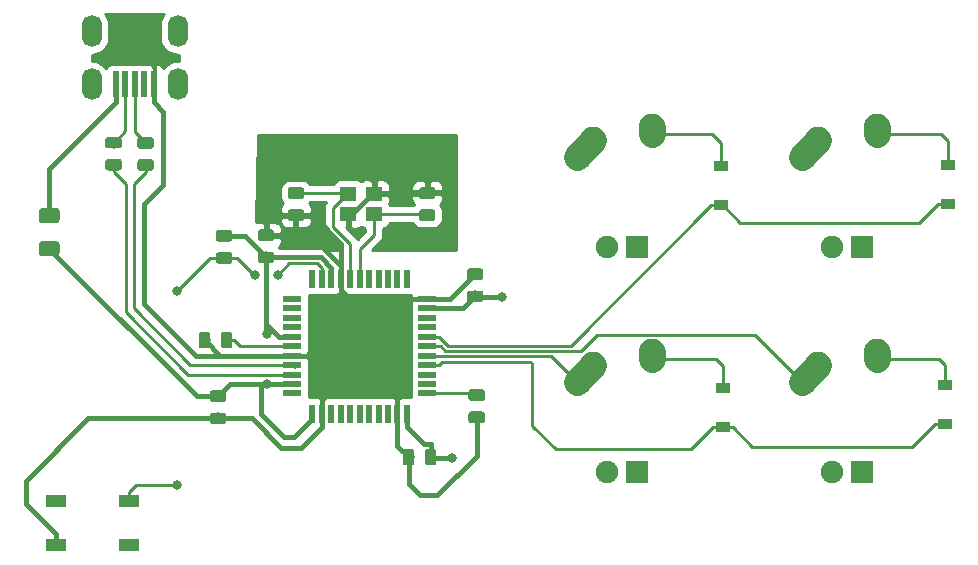
<source format=gbr>
G04 #@! TF.GenerationSoftware,KiCad,Pcbnew,(5.1.4)-1*
G04 #@! TF.CreationDate,2022-10-29T17:19:06+02:00*
G04 #@! TF.ProjectId,quaver-keypad,71756176-6572-42d6-9b65-797061642e6b,rev?*
G04 #@! TF.SameCoordinates,Original*
G04 #@! TF.FileFunction,Copper,L2,Bot*
G04 #@! TF.FilePolarity,Positive*
%FSLAX46Y46*%
G04 Gerber Fmt 4.6, Leading zero omitted, Abs format (unit mm)*
G04 Created by KiCad (PCBNEW (5.1.4)-1) date 2022-10-29 17:19:06*
%MOMM*%
%LPD*%
G04 APERTURE LIST*
%ADD10R,1.905000X1.905000*%
%ADD11C,1.905000*%
%ADD12C,2.250000*%
%ADD13C,2.250000*%
%ADD14R,1.200000X0.900000*%
%ADD15R,1.400000X1.200000*%
%ADD16O,1.700000X2.700000*%
%ADD17R,0.500000X2.250000*%
%ADD18R,0.550000X1.500000*%
%ADD19R,1.500000X0.550000*%
%ADD20R,1.800000X1.100000*%
%ADD21C,0.100000*%
%ADD22C,0.975000*%
%ADD23C,1.250000*%
%ADD24C,0.800000*%
%ADD25C,0.381000*%
%ADD26C,0.250000*%
%ADD27C,0.254000*%
G04 APERTURE END LIST*
D10*
X113284000Y-98679000D03*
D11*
X110744000Y-98679000D03*
D12*
X109514000Y-89599000D03*
X108859001Y-90329000D03*
D13*
X108204000Y-91059000D02*
X109514002Y-89599000D01*
D12*
X114554000Y-88519000D03*
X114534000Y-88809000D03*
D13*
X114514000Y-89099000D02*
X114554000Y-88519000D01*
D10*
X94234000Y-98679000D03*
D11*
X91694000Y-98679000D03*
D12*
X90464000Y-89599000D03*
X89809001Y-90329000D03*
D13*
X89154000Y-91059000D02*
X90464002Y-89599000D01*
D12*
X95504000Y-88519000D03*
X95484000Y-88809000D03*
D13*
X95464000Y-89099000D02*
X95504000Y-88519000D01*
D10*
X113284000Y-79629000D03*
D11*
X110744000Y-79629000D03*
D12*
X109514000Y-70549000D03*
X108859001Y-71279000D03*
D13*
X108204000Y-72009000D02*
X109514002Y-70549000D01*
D12*
X114554000Y-69469000D03*
X114534000Y-69759000D03*
D13*
X114514000Y-70049000D02*
X114554000Y-69469000D01*
D10*
X94234000Y-79629000D03*
D11*
X91694000Y-79629000D03*
D12*
X90464000Y-70549000D03*
X89809001Y-71279000D03*
D13*
X89154000Y-72009000D02*
X90464002Y-70549000D01*
D12*
X95504000Y-69469000D03*
X95484000Y-69759000D03*
D13*
X95464000Y-70049000D02*
X95504000Y-69469000D01*
D14*
X120269000Y-91314000D03*
X120269000Y-94614000D03*
X101473000Y-91568000D03*
X101473000Y-94868000D03*
X120523000Y-72645000D03*
X120523000Y-75945000D03*
X101346000Y-72772000D03*
X101346000Y-76072000D03*
D15*
X71970000Y-75120000D03*
X69770000Y-75120000D03*
X69770000Y-76820000D03*
X71970000Y-76820000D03*
D16*
X48039000Y-61341000D03*
X55339000Y-61341000D03*
X55339000Y-65841000D03*
X48039000Y-65841000D03*
D17*
X50089000Y-65841000D03*
X50889000Y-65841000D03*
X51689000Y-65841000D03*
X52489000Y-65841000D03*
X53289000Y-65841000D03*
D18*
X66739000Y-93711000D03*
X67539000Y-93711000D03*
X68339000Y-93711000D03*
X69139000Y-93711000D03*
X69939000Y-93711000D03*
X70739000Y-93711000D03*
X71539000Y-93711000D03*
X72339000Y-93711000D03*
X73139000Y-93711000D03*
X73939000Y-93711000D03*
X74739000Y-93711000D03*
D19*
X76439000Y-92011000D03*
X76439000Y-91211000D03*
X76439000Y-90411000D03*
X76439000Y-89611000D03*
X76439000Y-88811000D03*
X76439000Y-88011000D03*
X76439000Y-87211000D03*
X76439000Y-86411000D03*
X76439000Y-85611000D03*
X76439000Y-84811000D03*
X76439000Y-84011000D03*
D18*
X74739000Y-82311000D03*
X73939000Y-82311000D03*
X73139000Y-82311000D03*
X72339000Y-82311000D03*
X71539000Y-82311000D03*
X70739000Y-82311000D03*
X69939000Y-82311000D03*
X69139000Y-82311000D03*
X68339000Y-82311000D03*
X67539000Y-82311000D03*
X66739000Y-82311000D03*
D19*
X65039000Y-84011000D03*
X65039000Y-84811000D03*
X65039000Y-85611000D03*
X65039000Y-86411000D03*
X65039000Y-87211000D03*
X65039000Y-88011000D03*
X65039000Y-88811000D03*
X65039000Y-89611000D03*
X65039000Y-90411000D03*
X65039000Y-91211000D03*
X65039000Y-92011000D03*
D20*
X51233000Y-104847000D03*
X45033000Y-101147000D03*
X51233000Y-101147000D03*
X45033000Y-104847000D03*
D21*
G36*
X81125142Y-93542174D02*
G01*
X81148803Y-93545684D01*
X81172007Y-93551496D01*
X81194529Y-93559554D01*
X81216153Y-93569782D01*
X81236670Y-93582079D01*
X81255883Y-93596329D01*
X81273607Y-93612393D01*
X81289671Y-93630117D01*
X81303921Y-93649330D01*
X81316218Y-93669847D01*
X81326446Y-93691471D01*
X81334504Y-93713993D01*
X81340316Y-93737197D01*
X81343826Y-93760858D01*
X81345000Y-93784750D01*
X81345000Y-94272250D01*
X81343826Y-94296142D01*
X81340316Y-94319803D01*
X81334504Y-94343007D01*
X81326446Y-94365529D01*
X81316218Y-94387153D01*
X81303921Y-94407670D01*
X81289671Y-94426883D01*
X81273607Y-94444607D01*
X81255883Y-94460671D01*
X81236670Y-94474921D01*
X81216153Y-94487218D01*
X81194529Y-94497446D01*
X81172007Y-94505504D01*
X81148803Y-94511316D01*
X81125142Y-94514826D01*
X81101250Y-94516000D01*
X80188750Y-94516000D01*
X80164858Y-94514826D01*
X80141197Y-94511316D01*
X80117993Y-94505504D01*
X80095471Y-94497446D01*
X80073847Y-94487218D01*
X80053330Y-94474921D01*
X80034117Y-94460671D01*
X80016393Y-94444607D01*
X80000329Y-94426883D01*
X79986079Y-94407670D01*
X79973782Y-94387153D01*
X79963554Y-94365529D01*
X79955496Y-94343007D01*
X79949684Y-94319803D01*
X79946174Y-94296142D01*
X79945000Y-94272250D01*
X79945000Y-93784750D01*
X79946174Y-93760858D01*
X79949684Y-93737197D01*
X79955496Y-93713993D01*
X79963554Y-93691471D01*
X79973782Y-93669847D01*
X79986079Y-93649330D01*
X80000329Y-93630117D01*
X80016393Y-93612393D01*
X80034117Y-93596329D01*
X80053330Y-93582079D01*
X80073847Y-93569782D01*
X80095471Y-93559554D01*
X80117993Y-93551496D01*
X80141197Y-93545684D01*
X80164858Y-93542174D01*
X80188750Y-93541000D01*
X81101250Y-93541000D01*
X81125142Y-93542174D01*
X81125142Y-93542174D01*
G37*
D22*
X80645000Y-94028500D03*
D21*
G36*
X81125142Y-91667174D02*
G01*
X81148803Y-91670684D01*
X81172007Y-91676496D01*
X81194529Y-91684554D01*
X81216153Y-91694782D01*
X81236670Y-91707079D01*
X81255883Y-91721329D01*
X81273607Y-91737393D01*
X81289671Y-91755117D01*
X81303921Y-91774330D01*
X81316218Y-91794847D01*
X81326446Y-91816471D01*
X81334504Y-91838993D01*
X81340316Y-91862197D01*
X81343826Y-91885858D01*
X81345000Y-91909750D01*
X81345000Y-92397250D01*
X81343826Y-92421142D01*
X81340316Y-92444803D01*
X81334504Y-92468007D01*
X81326446Y-92490529D01*
X81316218Y-92512153D01*
X81303921Y-92532670D01*
X81289671Y-92551883D01*
X81273607Y-92569607D01*
X81255883Y-92585671D01*
X81236670Y-92599921D01*
X81216153Y-92612218D01*
X81194529Y-92622446D01*
X81172007Y-92630504D01*
X81148803Y-92636316D01*
X81125142Y-92639826D01*
X81101250Y-92641000D01*
X80188750Y-92641000D01*
X80164858Y-92639826D01*
X80141197Y-92636316D01*
X80117993Y-92630504D01*
X80095471Y-92622446D01*
X80073847Y-92612218D01*
X80053330Y-92599921D01*
X80034117Y-92585671D01*
X80016393Y-92569607D01*
X80000329Y-92551883D01*
X79986079Y-92532670D01*
X79973782Y-92512153D01*
X79963554Y-92490529D01*
X79955496Y-92468007D01*
X79949684Y-92444803D01*
X79946174Y-92421142D01*
X79945000Y-92397250D01*
X79945000Y-91909750D01*
X79946174Y-91885858D01*
X79949684Y-91862197D01*
X79955496Y-91838993D01*
X79963554Y-91816471D01*
X79973782Y-91794847D01*
X79986079Y-91774330D01*
X80000329Y-91755117D01*
X80016393Y-91737393D01*
X80034117Y-91721329D01*
X80053330Y-91707079D01*
X80073847Y-91694782D01*
X80095471Y-91684554D01*
X80117993Y-91676496D01*
X80141197Y-91670684D01*
X80164858Y-91667174D01*
X80188750Y-91666000D01*
X81101250Y-91666000D01*
X81125142Y-91667174D01*
X81125142Y-91667174D01*
G37*
D22*
X80645000Y-92153500D03*
D21*
G36*
X59739142Y-80054174D02*
G01*
X59762803Y-80057684D01*
X59786007Y-80063496D01*
X59808529Y-80071554D01*
X59830153Y-80081782D01*
X59850670Y-80094079D01*
X59869883Y-80108329D01*
X59887607Y-80124393D01*
X59903671Y-80142117D01*
X59917921Y-80161330D01*
X59930218Y-80181847D01*
X59940446Y-80203471D01*
X59948504Y-80225993D01*
X59954316Y-80249197D01*
X59957826Y-80272858D01*
X59959000Y-80296750D01*
X59959000Y-80784250D01*
X59957826Y-80808142D01*
X59954316Y-80831803D01*
X59948504Y-80855007D01*
X59940446Y-80877529D01*
X59930218Y-80899153D01*
X59917921Y-80919670D01*
X59903671Y-80938883D01*
X59887607Y-80956607D01*
X59869883Y-80972671D01*
X59850670Y-80986921D01*
X59830153Y-80999218D01*
X59808529Y-81009446D01*
X59786007Y-81017504D01*
X59762803Y-81023316D01*
X59739142Y-81026826D01*
X59715250Y-81028000D01*
X58802750Y-81028000D01*
X58778858Y-81026826D01*
X58755197Y-81023316D01*
X58731993Y-81017504D01*
X58709471Y-81009446D01*
X58687847Y-80999218D01*
X58667330Y-80986921D01*
X58648117Y-80972671D01*
X58630393Y-80956607D01*
X58614329Y-80938883D01*
X58600079Y-80919670D01*
X58587782Y-80899153D01*
X58577554Y-80877529D01*
X58569496Y-80855007D01*
X58563684Y-80831803D01*
X58560174Y-80808142D01*
X58559000Y-80784250D01*
X58559000Y-80296750D01*
X58560174Y-80272858D01*
X58563684Y-80249197D01*
X58569496Y-80225993D01*
X58577554Y-80203471D01*
X58587782Y-80181847D01*
X58600079Y-80161330D01*
X58614329Y-80142117D01*
X58630393Y-80124393D01*
X58648117Y-80108329D01*
X58667330Y-80094079D01*
X58687847Y-80081782D01*
X58709471Y-80071554D01*
X58731993Y-80063496D01*
X58755197Y-80057684D01*
X58778858Y-80054174D01*
X58802750Y-80053000D01*
X59715250Y-80053000D01*
X59739142Y-80054174D01*
X59739142Y-80054174D01*
G37*
D22*
X59259000Y-80540500D03*
D21*
G36*
X59739142Y-78179174D02*
G01*
X59762803Y-78182684D01*
X59786007Y-78188496D01*
X59808529Y-78196554D01*
X59830153Y-78206782D01*
X59850670Y-78219079D01*
X59869883Y-78233329D01*
X59887607Y-78249393D01*
X59903671Y-78267117D01*
X59917921Y-78286330D01*
X59930218Y-78306847D01*
X59940446Y-78328471D01*
X59948504Y-78350993D01*
X59954316Y-78374197D01*
X59957826Y-78397858D01*
X59959000Y-78421750D01*
X59959000Y-78909250D01*
X59957826Y-78933142D01*
X59954316Y-78956803D01*
X59948504Y-78980007D01*
X59940446Y-79002529D01*
X59930218Y-79024153D01*
X59917921Y-79044670D01*
X59903671Y-79063883D01*
X59887607Y-79081607D01*
X59869883Y-79097671D01*
X59850670Y-79111921D01*
X59830153Y-79124218D01*
X59808529Y-79134446D01*
X59786007Y-79142504D01*
X59762803Y-79148316D01*
X59739142Y-79151826D01*
X59715250Y-79153000D01*
X58802750Y-79153000D01*
X58778858Y-79151826D01*
X58755197Y-79148316D01*
X58731993Y-79142504D01*
X58709471Y-79134446D01*
X58687847Y-79124218D01*
X58667330Y-79111921D01*
X58648117Y-79097671D01*
X58630393Y-79081607D01*
X58614329Y-79063883D01*
X58600079Y-79044670D01*
X58587782Y-79024153D01*
X58577554Y-79002529D01*
X58569496Y-78980007D01*
X58563684Y-78956803D01*
X58560174Y-78933142D01*
X58559000Y-78909250D01*
X58559000Y-78421750D01*
X58560174Y-78397858D01*
X58563684Y-78374197D01*
X58569496Y-78350993D01*
X58577554Y-78328471D01*
X58587782Y-78306847D01*
X58600079Y-78286330D01*
X58614329Y-78267117D01*
X58630393Y-78249393D01*
X58648117Y-78233329D01*
X58667330Y-78219079D01*
X58687847Y-78206782D01*
X58709471Y-78196554D01*
X58731993Y-78188496D01*
X58755197Y-78182684D01*
X58778858Y-78179174D01*
X58802750Y-78178000D01*
X59715250Y-78178000D01*
X59739142Y-78179174D01*
X59739142Y-78179174D01*
G37*
D22*
X59259000Y-78665500D03*
D21*
G36*
X53100142Y-70308674D02*
G01*
X53123803Y-70312184D01*
X53147007Y-70317996D01*
X53169529Y-70326054D01*
X53191153Y-70336282D01*
X53211670Y-70348579D01*
X53230883Y-70362829D01*
X53248607Y-70378893D01*
X53264671Y-70396617D01*
X53278921Y-70415830D01*
X53291218Y-70436347D01*
X53301446Y-70457971D01*
X53309504Y-70480493D01*
X53315316Y-70503697D01*
X53318826Y-70527358D01*
X53320000Y-70551250D01*
X53320000Y-71038750D01*
X53318826Y-71062642D01*
X53315316Y-71086303D01*
X53309504Y-71109507D01*
X53301446Y-71132029D01*
X53291218Y-71153653D01*
X53278921Y-71174170D01*
X53264671Y-71193383D01*
X53248607Y-71211107D01*
X53230883Y-71227171D01*
X53211670Y-71241421D01*
X53191153Y-71253718D01*
X53169529Y-71263946D01*
X53147007Y-71272004D01*
X53123803Y-71277816D01*
X53100142Y-71281326D01*
X53076250Y-71282500D01*
X52163750Y-71282500D01*
X52139858Y-71281326D01*
X52116197Y-71277816D01*
X52092993Y-71272004D01*
X52070471Y-71263946D01*
X52048847Y-71253718D01*
X52028330Y-71241421D01*
X52009117Y-71227171D01*
X51991393Y-71211107D01*
X51975329Y-71193383D01*
X51961079Y-71174170D01*
X51948782Y-71153653D01*
X51938554Y-71132029D01*
X51930496Y-71109507D01*
X51924684Y-71086303D01*
X51921174Y-71062642D01*
X51920000Y-71038750D01*
X51920000Y-70551250D01*
X51921174Y-70527358D01*
X51924684Y-70503697D01*
X51930496Y-70480493D01*
X51938554Y-70457971D01*
X51948782Y-70436347D01*
X51961079Y-70415830D01*
X51975329Y-70396617D01*
X51991393Y-70378893D01*
X52009117Y-70362829D01*
X52028330Y-70348579D01*
X52048847Y-70336282D01*
X52070471Y-70326054D01*
X52092993Y-70317996D01*
X52116197Y-70312184D01*
X52139858Y-70308674D01*
X52163750Y-70307500D01*
X53076250Y-70307500D01*
X53100142Y-70308674D01*
X53100142Y-70308674D01*
G37*
D22*
X52620000Y-70795000D03*
D21*
G36*
X53100142Y-72183674D02*
G01*
X53123803Y-72187184D01*
X53147007Y-72192996D01*
X53169529Y-72201054D01*
X53191153Y-72211282D01*
X53211670Y-72223579D01*
X53230883Y-72237829D01*
X53248607Y-72253893D01*
X53264671Y-72271617D01*
X53278921Y-72290830D01*
X53291218Y-72311347D01*
X53301446Y-72332971D01*
X53309504Y-72355493D01*
X53315316Y-72378697D01*
X53318826Y-72402358D01*
X53320000Y-72426250D01*
X53320000Y-72913750D01*
X53318826Y-72937642D01*
X53315316Y-72961303D01*
X53309504Y-72984507D01*
X53301446Y-73007029D01*
X53291218Y-73028653D01*
X53278921Y-73049170D01*
X53264671Y-73068383D01*
X53248607Y-73086107D01*
X53230883Y-73102171D01*
X53211670Y-73116421D01*
X53191153Y-73128718D01*
X53169529Y-73138946D01*
X53147007Y-73147004D01*
X53123803Y-73152816D01*
X53100142Y-73156326D01*
X53076250Y-73157500D01*
X52163750Y-73157500D01*
X52139858Y-73156326D01*
X52116197Y-73152816D01*
X52092993Y-73147004D01*
X52070471Y-73138946D01*
X52048847Y-73128718D01*
X52028330Y-73116421D01*
X52009117Y-73102171D01*
X51991393Y-73086107D01*
X51975329Y-73068383D01*
X51961079Y-73049170D01*
X51948782Y-73028653D01*
X51938554Y-73007029D01*
X51930496Y-72984507D01*
X51924684Y-72961303D01*
X51921174Y-72937642D01*
X51920000Y-72913750D01*
X51920000Y-72426250D01*
X51921174Y-72402358D01*
X51924684Y-72378697D01*
X51930496Y-72355493D01*
X51938554Y-72332971D01*
X51948782Y-72311347D01*
X51961079Y-72290830D01*
X51975329Y-72271617D01*
X51991393Y-72253893D01*
X52009117Y-72237829D01*
X52028330Y-72223579D01*
X52048847Y-72211282D01*
X52070471Y-72201054D01*
X52092993Y-72192996D01*
X52116197Y-72187184D01*
X52139858Y-72183674D01*
X52163750Y-72182500D01*
X53076250Y-72182500D01*
X53100142Y-72183674D01*
X53100142Y-72183674D01*
G37*
D22*
X52620000Y-72670000D03*
D21*
G36*
X50380142Y-70288674D02*
G01*
X50403803Y-70292184D01*
X50427007Y-70297996D01*
X50449529Y-70306054D01*
X50471153Y-70316282D01*
X50491670Y-70328579D01*
X50510883Y-70342829D01*
X50528607Y-70358893D01*
X50544671Y-70376617D01*
X50558921Y-70395830D01*
X50571218Y-70416347D01*
X50581446Y-70437971D01*
X50589504Y-70460493D01*
X50595316Y-70483697D01*
X50598826Y-70507358D01*
X50600000Y-70531250D01*
X50600000Y-71018750D01*
X50598826Y-71042642D01*
X50595316Y-71066303D01*
X50589504Y-71089507D01*
X50581446Y-71112029D01*
X50571218Y-71133653D01*
X50558921Y-71154170D01*
X50544671Y-71173383D01*
X50528607Y-71191107D01*
X50510883Y-71207171D01*
X50491670Y-71221421D01*
X50471153Y-71233718D01*
X50449529Y-71243946D01*
X50427007Y-71252004D01*
X50403803Y-71257816D01*
X50380142Y-71261326D01*
X50356250Y-71262500D01*
X49443750Y-71262500D01*
X49419858Y-71261326D01*
X49396197Y-71257816D01*
X49372993Y-71252004D01*
X49350471Y-71243946D01*
X49328847Y-71233718D01*
X49308330Y-71221421D01*
X49289117Y-71207171D01*
X49271393Y-71191107D01*
X49255329Y-71173383D01*
X49241079Y-71154170D01*
X49228782Y-71133653D01*
X49218554Y-71112029D01*
X49210496Y-71089507D01*
X49204684Y-71066303D01*
X49201174Y-71042642D01*
X49200000Y-71018750D01*
X49200000Y-70531250D01*
X49201174Y-70507358D01*
X49204684Y-70483697D01*
X49210496Y-70460493D01*
X49218554Y-70437971D01*
X49228782Y-70416347D01*
X49241079Y-70395830D01*
X49255329Y-70376617D01*
X49271393Y-70358893D01*
X49289117Y-70342829D01*
X49308330Y-70328579D01*
X49328847Y-70316282D01*
X49350471Y-70306054D01*
X49372993Y-70297996D01*
X49396197Y-70292184D01*
X49419858Y-70288674D01*
X49443750Y-70287500D01*
X50356250Y-70287500D01*
X50380142Y-70288674D01*
X50380142Y-70288674D01*
G37*
D22*
X49900000Y-70775000D03*
D21*
G36*
X50380142Y-72163674D02*
G01*
X50403803Y-72167184D01*
X50427007Y-72172996D01*
X50449529Y-72181054D01*
X50471153Y-72191282D01*
X50491670Y-72203579D01*
X50510883Y-72217829D01*
X50528607Y-72233893D01*
X50544671Y-72251617D01*
X50558921Y-72270830D01*
X50571218Y-72291347D01*
X50581446Y-72312971D01*
X50589504Y-72335493D01*
X50595316Y-72358697D01*
X50598826Y-72382358D01*
X50600000Y-72406250D01*
X50600000Y-72893750D01*
X50598826Y-72917642D01*
X50595316Y-72941303D01*
X50589504Y-72964507D01*
X50581446Y-72987029D01*
X50571218Y-73008653D01*
X50558921Y-73029170D01*
X50544671Y-73048383D01*
X50528607Y-73066107D01*
X50510883Y-73082171D01*
X50491670Y-73096421D01*
X50471153Y-73108718D01*
X50449529Y-73118946D01*
X50427007Y-73127004D01*
X50403803Y-73132816D01*
X50380142Y-73136326D01*
X50356250Y-73137500D01*
X49443750Y-73137500D01*
X49419858Y-73136326D01*
X49396197Y-73132816D01*
X49372993Y-73127004D01*
X49350471Y-73118946D01*
X49328847Y-73108718D01*
X49308330Y-73096421D01*
X49289117Y-73082171D01*
X49271393Y-73066107D01*
X49255329Y-73048383D01*
X49241079Y-73029170D01*
X49228782Y-73008653D01*
X49218554Y-72987029D01*
X49210496Y-72964507D01*
X49204684Y-72941303D01*
X49201174Y-72917642D01*
X49200000Y-72893750D01*
X49200000Y-72406250D01*
X49201174Y-72382358D01*
X49204684Y-72358697D01*
X49210496Y-72335493D01*
X49218554Y-72312971D01*
X49228782Y-72291347D01*
X49241079Y-72270830D01*
X49255329Y-72251617D01*
X49271393Y-72233893D01*
X49289117Y-72217829D01*
X49308330Y-72203579D01*
X49328847Y-72191282D01*
X49350471Y-72181054D01*
X49372993Y-72172996D01*
X49396197Y-72167184D01*
X49419858Y-72163674D01*
X49443750Y-72162500D01*
X50356250Y-72162500D01*
X50380142Y-72163674D01*
X50380142Y-72163674D01*
G37*
D22*
X49900000Y-72650000D03*
D21*
G36*
X45099504Y-76335204D02*
G01*
X45123773Y-76338804D01*
X45147571Y-76344765D01*
X45170671Y-76353030D01*
X45192849Y-76363520D01*
X45213893Y-76376133D01*
X45233598Y-76390747D01*
X45251777Y-76407223D01*
X45268253Y-76425402D01*
X45282867Y-76445107D01*
X45295480Y-76466151D01*
X45305970Y-76488329D01*
X45314235Y-76511429D01*
X45320196Y-76535227D01*
X45323796Y-76559496D01*
X45325000Y-76584000D01*
X45325000Y-77334000D01*
X45323796Y-77358504D01*
X45320196Y-77382773D01*
X45314235Y-77406571D01*
X45305970Y-77429671D01*
X45295480Y-77451849D01*
X45282867Y-77472893D01*
X45268253Y-77492598D01*
X45251777Y-77510777D01*
X45233598Y-77527253D01*
X45213893Y-77541867D01*
X45192849Y-77554480D01*
X45170671Y-77564970D01*
X45147571Y-77573235D01*
X45123773Y-77579196D01*
X45099504Y-77582796D01*
X45075000Y-77584000D01*
X43825000Y-77584000D01*
X43800496Y-77582796D01*
X43776227Y-77579196D01*
X43752429Y-77573235D01*
X43729329Y-77564970D01*
X43707151Y-77554480D01*
X43686107Y-77541867D01*
X43666402Y-77527253D01*
X43648223Y-77510777D01*
X43631747Y-77492598D01*
X43617133Y-77472893D01*
X43604520Y-77451849D01*
X43594030Y-77429671D01*
X43585765Y-77406571D01*
X43579804Y-77382773D01*
X43576204Y-77358504D01*
X43575000Y-77334000D01*
X43575000Y-76584000D01*
X43576204Y-76559496D01*
X43579804Y-76535227D01*
X43585765Y-76511429D01*
X43594030Y-76488329D01*
X43604520Y-76466151D01*
X43617133Y-76445107D01*
X43631747Y-76425402D01*
X43648223Y-76407223D01*
X43666402Y-76390747D01*
X43686107Y-76376133D01*
X43707151Y-76363520D01*
X43729329Y-76353030D01*
X43752429Y-76344765D01*
X43776227Y-76338804D01*
X43800496Y-76335204D01*
X43825000Y-76334000D01*
X45075000Y-76334000D01*
X45099504Y-76335204D01*
X45099504Y-76335204D01*
G37*
D23*
X44450000Y-76959000D03*
D21*
G36*
X45099504Y-79135204D02*
G01*
X45123773Y-79138804D01*
X45147571Y-79144765D01*
X45170671Y-79153030D01*
X45192849Y-79163520D01*
X45213893Y-79176133D01*
X45233598Y-79190747D01*
X45251777Y-79207223D01*
X45268253Y-79225402D01*
X45282867Y-79245107D01*
X45295480Y-79266151D01*
X45305970Y-79288329D01*
X45314235Y-79311429D01*
X45320196Y-79335227D01*
X45323796Y-79359496D01*
X45325000Y-79384000D01*
X45325000Y-80134000D01*
X45323796Y-80158504D01*
X45320196Y-80182773D01*
X45314235Y-80206571D01*
X45305970Y-80229671D01*
X45295480Y-80251849D01*
X45282867Y-80272893D01*
X45268253Y-80292598D01*
X45251777Y-80310777D01*
X45233598Y-80327253D01*
X45213893Y-80341867D01*
X45192849Y-80354480D01*
X45170671Y-80364970D01*
X45147571Y-80373235D01*
X45123773Y-80379196D01*
X45099504Y-80382796D01*
X45075000Y-80384000D01*
X43825000Y-80384000D01*
X43800496Y-80382796D01*
X43776227Y-80379196D01*
X43752429Y-80373235D01*
X43729329Y-80364970D01*
X43707151Y-80354480D01*
X43686107Y-80341867D01*
X43666402Y-80327253D01*
X43648223Y-80310777D01*
X43631747Y-80292598D01*
X43617133Y-80272893D01*
X43604520Y-80251849D01*
X43594030Y-80229671D01*
X43585765Y-80206571D01*
X43579804Y-80182773D01*
X43576204Y-80158504D01*
X43575000Y-80134000D01*
X43575000Y-79384000D01*
X43576204Y-79359496D01*
X43579804Y-79335227D01*
X43585765Y-79311429D01*
X43594030Y-79288329D01*
X43604520Y-79266151D01*
X43617133Y-79245107D01*
X43631747Y-79225402D01*
X43648223Y-79207223D01*
X43666402Y-79190747D01*
X43686107Y-79176133D01*
X43707151Y-79163520D01*
X43729329Y-79153030D01*
X43752429Y-79144765D01*
X43776227Y-79138804D01*
X43800496Y-79135204D01*
X43825000Y-79134000D01*
X45075000Y-79134000D01*
X45099504Y-79135204D01*
X45099504Y-79135204D01*
G37*
D23*
X44450000Y-79759000D03*
D21*
G36*
X59230142Y-93631174D02*
G01*
X59253803Y-93634684D01*
X59277007Y-93640496D01*
X59299529Y-93648554D01*
X59321153Y-93658782D01*
X59341670Y-93671079D01*
X59360883Y-93685329D01*
X59378607Y-93701393D01*
X59394671Y-93719117D01*
X59408921Y-93738330D01*
X59421218Y-93758847D01*
X59431446Y-93780471D01*
X59439504Y-93802993D01*
X59445316Y-93826197D01*
X59448826Y-93849858D01*
X59450000Y-93873750D01*
X59450000Y-94361250D01*
X59448826Y-94385142D01*
X59445316Y-94408803D01*
X59439504Y-94432007D01*
X59431446Y-94454529D01*
X59421218Y-94476153D01*
X59408921Y-94496670D01*
X59394671Y-94515883D01*
X59378607Y-94533607D01*
X59360883Y-94549671D01*
X59341670Y-94563921D01*
X59321153Y-94576218D01*
X59299529Y-94586446D01*
X59277007Y-94594504D01*
X59253803Y-94600316D01*
X59230142Y-94603826D01*
X59206250Y-94605000D01*
X58293750Y-94605000D01*
X58269858Y-94603826D01*
X58246197Y-94600316D01*
X58222993Y-94594504D01*
X58200471Y-94586446D01*
X58178847Y-94576218D01*
X58158330Y-94563921D01*
X58139117Y-94549671D01*
X58121393Y-94533607D01*
X58105329Y-94515883D01*
X58091079Y-94496670D01*
X58078782Y-94476153D01*
X58068554Y-94454529D01*
X58060496Y-94432007D01*
X58054684Y-94408803D01*
X58051174Y-94385142D01*
X58050000Y-94361250D01*
X58050000Y-93873750D01*
X58051174Y-93849858D01*
X58054684Y-93826197D01*
X58060496Y-93802993D01*
X58068554Y-93780471D01*
X58078782Y-93758847D01*
X58091079Y-93738330D01*
X58105329Y-93719117D01*
X58121393Y-93701393D01*
X58139117Y-93685329D01*
X58158330Y-93671079D01*
X58178847Y-93658782D01*
X58200471Y-93648554D01*
X58222993Y-93640496D01*
X58246197Y-93634684D01*
X58269858Y-93631174D01*
X58293750Y-93630000D01*
X59206250Y-93630000D01*
X59230142Y-93631174D01*
X59230142Y-93631174D01*
G37*
D22*
X58750000Y-94117500D03*
D21*
G36*
X59230142Y-91756174D02*
G01*
X59253803Y-91759684D01*
X59277007Y-91765496D01*
X59299529Y-91773554D01*
X59321153Y-91783782D01*
X59341670Y-91796079D01*
X59360883Y-91810329D01*
X59378607Y-91826393D01*
X59394671Y-91844117D01*
X59408921Y-91863330D01*
X59421218Y-91883847D01*
X59431446Y-91905471D01*
X59439504Y-91927993D01*
X59445316Y-91951197D01*
X59448826Y-91974858D01*
X59450000Y-91998750D01*
X59450000Y-92486250D01*
X59448826Y-92510142D01*
X59445316Y-92533803D01*
X59439504Y-92557007D01*
X59431446Y-92579529D01*
X59421218Y-92601153D01*
X59408921Y-92621670D01*
X59394671Y-92640883D01*
X59378607Y-92658607D01*
X59360883Y-92674671D01*
X59341670Y-92688921D01*
X59321153Y-92701218D01*
X59299529Y-92711446D01*
X59277007Y-92719504D01*
X59253803Y-92725316D01*
X59230142Y-92728826D01*
X59206250Y-92730000D01*
X58293750Y-92730000D01*
X58269858Y-92728826D01*
X58246197Y-92725316D01*
X58222993Y-92719504D01*
X58200471Y-92711446D01*
X58178847Y-92701218D01*
X58158330Y-92688921D01*
X58139117Y-92674671D01*
X58121393Y-92658607D01*
X58105329Y-92640883D01*
X58091079Y-92621670D01*
X58078782Y-92601153D01*
X58068554Y-92579529D01*
X58060496Y-92557007D01*
X58054684Y-92533803D01*
X58051174Y-92510142D01*
X58050000Y-92486250D01*
X58050000Y-91998750D01*
X58051174Y-91974858D01*
X58054684Y-91951197D01*
X58060496Y-91927993D01*
X58068554Y-91905471D01*
X58078782Y-91883847D01*
X58091079Y-91863330D01*
X58105329Y-91844117D01*
X58121393Y-91826393D01*
X58139117Y-91810329D01*
X58158330Y-91796079D01*
X58178847Y-91783782D01*
X58200471Y-91773554D01*
X58222993Y-91765496D01*
X58246197Y-91759684D01*
X58269858Y-91756174D01*
X58293750Y-91755000D01*
X59206250Y-91755000D01*
X59230142Y-91756174D01*
X59230142Y-91756174D01*
G37*
D22*
X58750000Y-92242500D03*
D21*
G36*
X57877142Y-86804174D02*
G01*
X57900803Y-86807684D01*
X57924007Y-86813496D01*
X57946529Y-86821554D01*
X57968153Y-86831782D01*
X57988670Y-86844079D01*
X58007883Y-86858329D01*
X58025607Y-86874393D01*
X58041671Y-86892117D01*
X58055921Y-86911330D01*
X58068218Y-86931847D01*
X58078446Y-86953471D01*
X58086504Y-86975993D01*
X58092316Y-86999197D01*
X58095826Y-87022858D01*
X58097000Y-87046750D01*
X58097000Y-87959250D01*
X58095826Y-87983142D01*
X58092316Y-88006803D01*
X58086504Y-88030007D01*
X58078446Y-88052529D01*
X58068218Y-88074153D01*
X58055921Y-88094670D01*
X58041671Y-88113883D01*
X58025607Y-88131607D01*
X58007883Y-88147671D01*
X57988670Y-88161921D01*
X57968153Y-88174218D01*
X57946529Y-88184446D01*
X57924007Y-88192504D01*
X57900803Y-88198316D01*
X57877142Y-88201826D01*
X57853250Y-88203000D01*
X57365750Y-88203000D01*
X57341858Y-88201826D01*
X57318197Y-88198316D01*
X57294993Y-88192504D01*
X57272471Y-88184446D01*
X57250847Y-88174218D01*
X57230330Y-88161921D01*
X57211117Y-88147671D01*
X57193393Y-88131607D01*
X57177329Y-88113883D01*
X57163079Y-88094670D01*
X57150782Y-88074153D01*
X57140554Y-88052529D01*
X57132496Y-88030007D01*
X57126684Y-88006803D01*
X57123174Y-87983142D01*
X57122000Y-87959250D01*
X57122000Y-87046750D01*
X57123174Y-87022858D01*
X57126684Y-86999197D01*
X57132496Y-86975993D01*
X57140554Y-86953471D01*
X57150782Y-86931847D01*
X57163079Y-86911330D01*
X57177329Y-86892117D01*
X57193393Y-86874393D01*
X57211117Y-86858329D01*
X57230330Y-86844079D01*
X57250847Y-86831782D01*
X57272471Y-86821554D01*
X57294993Y-86813496D01*
X57318197Y-86807684D01*
X57341858Y-86804174D01*
X57365750Y-86803000D01*
X57853250Y-86803000D01*
X57877142Y-86804174D01*
X57877142Y-86804174D01*
G37*
D22*
X57609500Y-87503000D03*
D21*
G36*
X59752142Y-86804174D02*
G01*
X59775803Y-86807684D01*
X59799007Y-86813496D01*
X59821529Y-86821554D01*
X59843153Y-86831782D01*
X59863670Y-86844079D01*
X59882883Y-86858329D01*
X59900607Y-86874393D01*
X59916671Y-86892117D01*
X59930921Y-86911330D01*
X59943218Y-86931847D01*
X59953446Y-86953471D01*
X59961504Y-86975993D01*
X59967316Y-86999197D01*
X59970826Y-87022858D01*
X59972000Y-87046750D01*
X59972000Y-87959250D01*
X59970826Y-87983142D01*
X59967316Y-88006803D01*
X59961504Y-88030007D01*
X59953446Y-88052529D01*
X59943218Y-88074153D01*
X59930921Y-88094670D01*
X59916671Y-88113883D01*
X59900607Y-88131607D01*
X59882883Y-88147671D01*
X59863670Y-88161921D01*
X59843153Y-88174218D01*
X59821529Y-88184446D01*
X59799007Y-88192504D01*
X59775803Y-88198316D01*
X59752142Y-88201826D01*
X59728250Y-88203000D01*
X59240750Y-88203000D01*
X59216858Y-88201826D01*
X59193197Y-88198316D01*
X59169993Y-88192504D01*
X59147471Y-88184446D01*
X59125847Y-88174218D01*
X59105330Y-88161921D01*
X59086117Y-88147671D01*
X59068393Y-88131607D01*
X59052329Y-88113883D01*
X59038079Y-88094670D01*
X59025782Y-88074153D01*
X59015554Y-88052529D01*
X59007496Y-88030007D01*
X59001684Y-88006803D01*
X58998174Y-87983142D01*
X58997000Y-87959250D01*
X58997000Y-87046750D01*
X58998174Y-87022858D01*
X59001684Y-86999197D01*
X59007496Y-86975993D01*
X59015554Y-86953471D01*
X59025782Y-86931847D01*
X59038079Y-86911330D01*
X59052329Y-86892117D01*
X59068393Y-86874393D01*
X59086117Y-86858329D01*
X59105330Y-86844079D01*
X59125847Y-86831782D01*
X59147471Y-86821554D01*
X59169993Y-86813496D01*
X59193197Y-86807684D01*
X59216858Y-86804174D01*
X59240750Y-86803000D01*
X59728250Y-86803000D01*
X59752142Y-86804174D01*
X59752142Y-86804174D01*
G37*
D22*
X59484500Y-87503000D03*
D21*
G36*
X75149142Y-96710174D02*
G01*
X75172803Y-96713684D01*
X75196007Y-96719496D01*
X75218529Y-96727554D01*
X75240153Y-96737782D01*
X75260670Y-96750079D01*
X75279883Y-96764329D01*
X75297607Y-96780393D01*
X75313671Y-96798117D01*
X75327921Y-96817330D01*
X75340218Y-96837847D01*
X75350446Y-96859471D01*
X75358504Y-96881993D01*
X75364316Y-96905197D01*
X75367826Y-96928858D01*
X75369000Y-96952750D01*
X75369000Y-97865250D01*
X75367826Y-97889142D01*
X75364316Y-97912803D01*
X75358504Y-97936007D01*
X75350446Y-97958529D01*
X75340218Y-97980153D01*
X75327921Y-98000670D01*
X75313671Y-98019883D01*
X75297607Y-98037607D01*
X75279883Y-98053671D01*
X75260670Y-98067921D01*
X75240153Y-98080218D01*
X75218529Y-98090446D01*
X75196007Y-98098504D01*
X75172803Y-98104316D01*
X75149142Y-98107826D01*
X75125250Y-98109000D01*
X74637750Y-98109000D01*
X74613858Y-98107826D01*
X74590197Y-98104316D01*
X74566993Y-98098504D01*
X74544471Y-98090446D01*
X74522847Y-98080218D01*
X74502330Y-98067921D01*
X74483117Y-98053671D01*
X74465393Y-98037607D01*
X74449329Y-98019883D01*
X74435079Y-98000670D01*
X74422782Y-97980153D01*
X74412554Y-97958529D01*
X74404496Y-97936007D01*
X74398684Y-97912803D01*
X74395174Y-97889142D01*
X74394000Y-97865250D01*
X74394000Y-96952750D01*
X74395174Y-96928858D01*
X74398684Y-96905197D01*
X74404496Y-96881993D01*
X74412554Y-96859471D01*
X74422782Y-96837847D01*
X74435079Y-96817330D01*
X74449329Y-96798117D01*
X74465393Y-96780393D01*
X74483117Y-96764329D01*
X74502330Y-96750079D01*
X74522847Y-96737782D01*
X74544471Y-96727554D01*
X74566993Y-96719496D01*
X74590197Y-96713684D01*
X74613858Y-96710174D01*
X74637750Y-96709000D01*
X75125250Y-96709000D01*
X75149142Y-96710174D01*
X75149142Y-96710174D01*
G37*
D22*
X74881500Y-97409000D03*
D21*
G36*
X77024142Y-96710174D02*
G01*
X77047803Y-96713684D01*
X77071007Y-96719496D01*
X77093529Y-96727554D01*
X77115153Y-96737782D01*
X77135670Y-96750079D01*
X77154883Y-96764329D01*
X77172607Y-96780393D01*
X77188671Y-96798117D01*
X77202921Y-96817330D01*
X77215218Y-96837847D01*
X77225446Y-96859471D01*
X77233504Y-96881993D01*
X77239316Y-96905197D01*
X77242826Y-96928858D01*
X77244000Y-96952750D01*
X77244000Y-97865250D01*
X77242826Y-97889142D01*
X77239316Y-97912803D01*
X77233504Y-97936007D01*
X77225446Y-97958529D01*
X77215218Y-97980153D01*
X77202921Y-98000670D01*
X77188671Y-98019883D01*
X77172607Y-98037607D01*
X77154883Y-98053671D01*
X77135670Y-98067921D01*
X77115153Y-98080218D01*
X77093529Y-98090446D01*
X77071007Y-98098504D01*
X77047803Y-98104316D01*
X77024142Y-98107826D01*
X77000250Y-98109000D01*
X76512750Y-98109000D01*
X76488858Y-98107826D01*
X76465197Y-98104316D01*
X76441993Y-98098504D01*
X76419471Y-98090446D01*
X76397847Y-98080218D01*
X76377330Y-98067921D01*
X76358117Y-98053671D01*
X76340393Y-98037607D01*
X76324329Y-98019883D01*
X76310079Y-98000670D01*
X76297782Y-97980153D01*
X76287554Y-97958529D01*
X76279496Y-97936007D01*
X76273684Y-97912803D01*
X76270174Y-97889142D01*
X76269000Y-97865250D01*
X76269000Y-96952750D01*
X76270174Y-96928858D01*
X76273684Y-96905197D01*
X76279496Y-96881993D01*
X76287554Y-96859471D01*
X76297782Y-96837847D01*
X76310079Y-96817330D01*
X76324329Y-96798117D01*
X76340393Y-96780393D01*
X76358117Y-96764329D01*
X76377330Y-96750079D01*
X76397847Y-96737782D01*
X76419471Y-96727554D01*
X76441993Y-96719496D01*
X76465197Y-96713684D01*
X76488858Y-96710174D01*
X76512750Y-96709000D01*
X77000250Y-96709000D01*
X77024142Y-96710174D01*
X77024142Y-96710174D01*
G37*
D22*
X76756500Y-97409000D03*
D21*
G36*
X80998142Y-81428674D02*
G01*
X81021803Y-81432184D01*
X81045007Y-81437996D01*
X81067529Y-81446054D01*
X81089153Y-81456282D01*
X81109670Y-81468579D01*
X81128883Y-81482829D01*
X81146607Y-81498893D01*
X81162671Y-81516617D01*
X81176921Y-81535830D01*
X81189218Y-81556347D01*
X81199446Y-81577971D01*
X81207504Y-81600493D01*
X81213316Y-81623697D01*
X81216826Y-81647358D01*
X81218000Y-81671250D01*
X81218000Y-82158750D01*
X81216826Y-82182642D01*
X81213316Y-82206303D01*
X81207504Y-82229507D01*
X81199446Y-82252029D01*
X81189218Y-82273653D01*
X81176921Y-82294170D01*
X81162671Y-82313383D01*
X81146607Y-82331107D01*
X81128883Y-82347171D01*
X81109670Y-82361421D01*
X81089153Y-82373718D01*
X81067529Y-82383946D01*
X81045007Y-82392004D01*
X81021803Y-82397816D01*
X80998142Y-82401326D01*
X80974250Y-82402500D01*
X80061750Y-82402500D01*
X80037858Y-82401326D01*
X80014197Y-82397816D01*
X79990993Y-82392004D01*
X79968471Y-82383946D01*
X79946847Y-82373718D01*
X79926330Y-82361421D01*
X79907117Y-82347171D01*
X79889393Y-82331107D01*
X79873329Y-82313383D01*
X79859079Y-82294170D01*
X79846782Y-82273653D01*
X79836554Y-82252029D01*
X79828496Y-82229507D01*
X79822684Y-82206303D01*
X79819174Y-82182642D01*
X79818000Y-82158750D01*
X79818000Y-81671250D01*
X79819174Y-81647358D01*
X79822684Y-81623697D01*
X79828496Y-81600493D01*
X79836554Y-81577971D01*
X79846782Y-81556347D01*
X79859079Y-81535830D01*
X79873329Y-81516617D01*
X79889393Y-81498893D01*
X79907117Y-81482829D01*
X79926330Y-81468579D01*
X79946847Y-81456282D01*
X79968471Y-81446054D01*
X79990993Y-81437996D01*
X80014197Y-81432184D01*
X80037858Y-81428674D01*
X80061750Y-81427500D01*
X80974250Y-81427500D01*
X80998142Y-81428674D01*
X80998142Y-81428674D01*
G37*
D22*
X80518000Y-81915000D03*
D21*
G36*
X80998142Y-83303674D02*
G01*
X81021803Y-83307184D01*
X81045007Y-83312996D01*
X81067529Y-83321054D01*
X81089153Y-83331282D01*
X81109670Y-83343579D01*
X81128883Y-83357829D01*
X81146607Y-83373893D01*
X81162671Y-83391617D01*
X81176921Y-83410830D01*
X81189218Y-83431347D01*
X81199446Y-83452971D01*
X81207504Y-83475493D01*
X81213316Y-83498697D01*
X81216826Y-83522358D01*
X81218000Y-83546250D01*
X81218000Y-84033750D01*
X81216826Y-84057642D01*
X81213316Y-84081303D01*
X81207504Y-84104507D01*
X81199446Y-84127029D01*
X81189218Y-84148653D01*
X81176921Y-84169170D01*
X81162671Y-84188383D01*
X81146607Y-84206107D01*
X81128883Y-84222171D01*
X81109670Y-84236421D01*
X81089153Y-84248718D01*
X81067529Y-84258946D01*
X81045007Y-84267004D01*
X81021803Y-84272816D01*
X80998142Y-84276326D01*
X80974250Y-84277500D01*
X80061750Y-84277500D01*
X80037858Y-84276326D01*
X80014197Y-84272816D01*
X79990993Y-84267004D01*
X79968471Y-84258946D01*
X79946847Y-84248718D01*
X79926330Y-84236421D01*
X79907117Y-84222171D01*
X79889393Y-84206107D01*
X79873329Y-84188383D01*
X79859079Y-84169170D01*
X79846782Y-84148653D01*
X79836554Y-84127029D01*
X79828496Y-84104507D01*
X79822684Y-84081303D01*
X79819174Y-84057642D01*
X79818000Y-84033750D01*
X79818000Y-83546250D01*
X79819174Y-83522358D01*
X79822684Y-83498697D01*
X79828496Y-83475493D01*
X79836554Y-83452971D01*
X79846782Y-83431347D01*
X79859079Y-83410830D01*
X79873329Y-83391617D01*
X79889393Y-83373893D01*
X79907117Y-83357829D01*
X79926330Y-83343579D01*
X79946847Y-83331282D01*
X79968471Y-83321054D01*
X79990993Y-83312996D01*
X80014197Y-83307184D01*
X80037858Y-83303674D01*
X80061750Y-83302500D01*
X80974250Y-83302500D01*
X80998142Y-83303674D01*
X80998142Y-83303674D01*
G37*
D22*
X80518000Y-83790000D03*
D21*
G36*
X65821642Y-76428924D02*
G01*
X65845303Y-76432434D01*
X65868507Y-76438246D01*
X65891029Y-76446304D01*
X65912653Y-76456532D01*
X65933170Y-76468829D01*
X65952383Y-76483079D01*
X65970107Y-76499143D01*
X65986171Y-76516867D01*
X66000421Y-76536080D01*
X66012718Y-76556597D01*
X66022946Y-76578221D01*
X66031004Y-76600743D01*
X66036816Y-76623947D01*
X66040326Y-76647608D01*
X66041500Y-76671500D01*
X66041500Y-77159000D01*
X66040326Y-77182892D01*
X66036816Y-77206553D01*
X66031004Y-77229757D01*
X66022946Y-77252279D01*
X66012718Y-77273903D01*
X66000421Y-77294420D01*
X65986171Y-77313633D01*
X65970107Y-77331357D01*
X65952383Y-77347421D01*
X65933170Y-77361671D01*
X65912653Y-77373968D01*
X65891029Y-77384196D01*
X65868507Y-77392254D01*
X65845303Y-77398066D01*
X65821642Y-77401576D01*
X65797750Y-77402750D01*
X64885250Y-77402750D01*
X64861358Y-77401576D01*
X64837697Y-77398066D01*
X64814493Y-77392254D01*
X64791971Y-77384196D01*
X64770347Y-77373968D01*
X64749830Y-77361671D01*
X64730617Y-77347421D01*
X64712893Y-77331357D01*
X64696829Y-77313633D01*
X64682579Y-77294420D01*
X64670282Y-77273903D01*
X64660054Y-77252279D01*
X64651996Y-77229757D01*
X64646184Y-77206553D01*
X64642674Y-77182892D01*
X64641500Y-77159000D01*
X64641500Y-76671500D01*
X64642674Y-76647608D01*
X64646184Y-76623947D01*
X64651996Y-76600743D01*
X64660054Y-76578221D01*
X64670282Y-76556597D01*
X64682579Y-76536080D01*
X64696829Y-76516867D01*
X64712893Y-76499143D01*
X64730617Y-76483079D01*
X64749830Y-76468829D01*
X64770347Y-76456532D01*
X64791971Y-76446304D01*
X64814493Y-76438246D01*
X64837697Y-76432434D01*
X64861358Y-76428924D01*
X64885250Y-76427750D01*
X65797750Y-76427750D01*
X65821642Y-76428924D01*
X65821642Y-76428924D01*
G37*
D22*
X65341500Y-76915250D03*
D21*
G36*
X65821642Y-74553924D02*
G01*
X65845303Y-74557434D01*
X65868507Y-74563246D01*
X65891029Y-74571304D01*
X65912653Y-74581532D01*
X65933170Y-74593829D01*
X65952383Y-74608079D01*
X65970107Y-74624143D01*
X65986171Y-74641867D01*
X66000421Y-74661080D01*
X66012718Y-74681597D01*
X66022946Y-74703221D01*
X66031004Y-74725743D01*
X66036816Y-74748947D01*
X66040326Y-74772608D01*
X66041500Y-74796500D01*
X66041500Y-75284000D01*
X66040326Y-75307892D01*
X66036816Y-75331553D01*
X66031004Y-75354757D01*
X66022946Y-75377279D01*
X66012718Y-75398903D01*
X66000421Y-75419420D01*
X65986171Y-75438633D01*
X65970107Y-75456357D01*
X65952383Y-75472421D01*
X65933170Y-75486671D01*
X65912653Y-75498968D01*
X65891029Y-75509196D01*
X65868507Y-75517254D01*
X65845303Y-75523066D01*
X65821642Y-75526576D01*
X65797750Y-75527750D01*
X64885250Y-75527750D01*
X64861358Y-75526576D01*
X64837697Y-75523066D01*
X64814493Y-75517254D01*
X64791971Y-75509196D01*
X64770347Y-75498968D01*
X64749830Y-75486671D01*
X64730617Y-75472421D01*
X64712893Y-75456357D01*
X64696829Y-75438633D01*
X64682579Y-75419420D01*
X64670282Y-75398903D01*
X64660054Y-75377279D01*
X64651996Y-75354757D01*
X64646184Y-75331553D01*
X64642674Y-75307892D01*
X64641500Y-75284000D01*
X64641500Y-74796500D01*
X64642674Y-74772608D01*
X64646184Y-74748947D01*
X64651996Y-74725743D01*
X64660054Y-74703221D01*
X64670282Y-74681597D01*
X64682579Y-74661080D01*
X64696829Y-74641867D01*
X64712893Y-74624143D01*
X64730617Y-74608079D01*
X64749830Y-74593829D01*
X64770347Y-74581532D01*
X64791971Y-74571304D01*
X64814493Y-74563246D01*
X64837697Y-74557434D01*
X64861358Y-74553924D01*
X64885250Y-74552750D01*
X65797750Y-74552750D01*
X65821642Y-74553924D01*
X65821642Y-74553924D01*
G37*
D22*
X65341500Y-75040250D03*
D21*
G36*
X76934142Y-74553924D02*
G01*
X76957803Y-74557434D01*
X76981007Y-74563246D01*
X77003529Y-74571304D01*
X77025153Y-74581532D01*
X77045670Y-74593829D01*
X77064883Y-74608079D01*
X77082607Y-74624143D01*
X77098671Y-74641867D01*
X77112921Y-74661080D01*
X77125218Y-74681597D01*
X77135446Y-74703221D01*
X77143504Y-74725743D01*
X77149316Y-74748947D01*
X77152826Y-74772608D01*
X77154000Y-74796500D01*
X77154000Y-75284000D01*
X77152826Y-75307892D01*
X77149316Y-75331553D01*
X77143504Y-75354757D01*
X77135446Y-75377279D01*
X77125218Y-75398903D01*
X77112921Y-75419420D01*
X77098671Y-75438633D01*
X77082607Y-75456357D01*
X77064883Y-75472421D01*
X77045670Y-75486671D01*
X77025153Y-75498968D01*
X77003529Y-75509196D01*
X76981007Y-75517254D01*
X76957803Y-75523066D01*
X76934142Y-75526576D01*
X76910250Y-75527750D01*
X75997750Y-75527750D01*
X75973858Y-75526576D01*
X75950197Y-75523066D01*
X75926993Y-75517254D01*
X75904471Y-75509196D01*
X75882847Y-75498968D01*
X75862330Y-75486671D01*
X75843117Y-75472421D01*
X75825393Y-75456357D01*
X75809329Y-75438633D01*
X75795079Y-75419420D01*
X75782782Y-75398903D01*
X75772554Y-75377279D01*
X75764496Y-75354757D01*
X75758684Y-75331553D01*
X75755174Y-75307892D01*
X75754000Y-75284000D01*
X75754000Y-74796500D01*
X75755174Y-74772608D01*
X75758684Y-74748947D01*
X75764496Y-74725743D01*
X75772554Y-74703221D01*
X75782782Y-74681597D01*
X75795079Y-74661080D01*
X75809329Y-74641867D01*
X75825393Y-74624143D01*
X75843117Y-74608079D01*
X75862330Y-74593829D01*
X75882847Y-74581532D01*
X75904471Y-74571304D01*
X75926993Y-74563246D01*
X75950197Y-74557434D01*
X75973858Y-74553924D01*
X75997750Y-74552750D01*
X76910250Y-74552750D01*
X76934142Y-74553924D01*
X76934142Y-74553924D01*
G37*
D22*
X76454000Y-75040250D03*
D21*
G36*
X76934142Y-76428924D02*
G01*
X76957803Y-76432434D01*
X76981007Y-76438246D01*
X77003529Y-76446304D01*
X77025153Y-76456532D01*
X77045670Y-76468829D01*
X77064883Y-76483079D01*
X77082607Y-76499143D01*
X77098671Y-76516867D01*
X77112921Y-76536080D01*
X77125218Y-76556597D01*
X77135446Y-76578221D01*
X77143504Y-76600743D01*
X77149316Y-76623947D01*
X77152826Y-76647608D01*
X77154000Y-76671500D01*
X77154000Y-77159000D01*
X77152826Y-77182892D01*
X77149316Y-77206553D01*
X77143504Y-77229757D01*
X77135446Y-77252279D01*
X77125218Y-77273903D01*
X77112921Y-77294420D01*
X77098671Y-77313633D01*
X77082607Y-77331357D01*
X77064883Y-77347421D01*
X77045670Y-77361671D01*
X77025153Y-77373968D01*
X77003529Y-77384196D01*
X76981007Y-77392254D01*
X76957803Y-77398066D01*
X76934142Y-77401576D01*
X76910250Y-77402750D01*
X75997750Y-77402750D01*
X75973858Y-77401576D01*
X75950197Y-77398066D01*
X75926993Y-77392254D01*
X75904471Y-77384196D01*
X75882847Y-77373968D01*
X75862330Y-77361671D01*
X75843117Y-77347421D01*
X75825393Y-77331357D01*
X75809329Y-77313633D01*
X75795079Y-77294420D01*
X75782782Y-77273903D01*
X75772554Y-77252279D01*
X75764496Y-77229757D01*
X75758684Y-77206553D01*
X75755174Y-77182892D01*
X75754000Y-77159000D01*
X75754000Y-76671500D01*
X75755174Y-76647608D01*
X75758684Y-76623947D01*
X75764496Y-76600743D01*
X75772554Y-76578221D01*
X75782782Y-76556597D01*
X75795079Y-76536080D01*
X75809329Y-76516867D01*
X75825393Y-76499143D01*
X75843117Y-76483079D01*
X75862330Y-76468829D01*
X75882847Y-76456532D01*
X75904471Y-76446304D01*
X75926993Y-76438246D01*
X75950197Y-76432434D01*
X75973858Y-76428924D01*
X75997750Y-76427750D01*
X76910250Y-76427750D01*
X76934142Y-76428924D01*
X76934142Y-76428924D01*
G37*
D22*
X76454000Y-76915250D03*
D21*
G36*
X63295142Y-78130674D02*
G01*
X63318803Y-78134184D01*
X63342007Y-78139996D01*
X63364529Y-78148054D01*
X63386153Y-78158282D01*
X63406670Y-78170579D01*
X63425883Y-78184829D01*
X63443607Y-78200893D01*
X63459671Y-78218617D01*
X63473921Y-78237830D01*
X63486218Y-78258347D01*
X63496446Y-78279971D01*
X63504504Y-78302493D01*
X63510316Y-78325697D01*
X63513826Y-78349358D01*
X63515000Y-78373250D01*
X63515000Y-78860750D01*
X63513826Y-78884642D01*
X63510316Y-78908303D01*
X63504504Y-78931507D01*
X63496446Y-78954029D01*
X63486218Y-78975653D01*
X63473921Y-78996170D01*
X63459671Y-79015383D01*
X63443607Y-79033107D01*
X63425883Y-79049171D01*
X63406670Y-79063421D01*
X63386153Y-79075718D01*
X63364529Y-79085946D01*
X63342007Y-79094004D01*
X63318803Y-79099816D01*
X63295142Y-79103326D01*
X63271250Y-79104500D01*
X62358750Y-79104500D01*
X62334858Y-79103326D01*
X62311197Y-79099816D01*
X62287993Y-79094004D01*
X62265471Y-79085946D01*
X62243847Y-79075718D01*
X62223330Y-79063421D01*
X62204117Y-79049171D01*
X62186393Y-79033107D01*
X62170329Y-79015383D01*
X62156079Y-78996170D01*
X62143782Y-78975653D01*
X62133554Y-78954029D01*
X62125496Y-78931507D01*
X62119684Y-78908303D01*
X62116174Y-78884642D01*
X62115000Y-78860750D01*
X62115000Y-78373250D01*
X62116174Y-78349358D01*
X62119684Y-78325697D01*
X62125496Y-78302493D01*
X62133554Y-78279971D01*
X62143782Y-78258347D01*
X62156079Y-78237830D01*
X62170329Y-78218617D01*
X62186393Y-78200893D01*
X62204117Y-78184829D01*
X62223330Y-78170579D01*
X62243847Y-78158282D01*
X62265471Y-78148054D01*
X62287993Y-78139996D01*
X62311197Y-78134184D01*
X62334858Y-78130674D01*
X62358750Y-78129500D01*
X63271250Y-78129500D01*
X63295142Y-78130674D01*
X63295142Y-78130674D01*
G37*
D22*
X62815000Y-78617000D03*
D21*
G36*
X63295142Y-80005674D02*
G01*
X63318803Y-80009184D01*
X63342007Y-80014996D01*
X63364529Y-80023054D01*
X63386153Y-80033282D01*
X63406670Y-80045579D01*
X63425883Y-80059829D01*
X63443607Y-80075893D01*
X63459671Y-80093617D01*
X63473921Y-80112830D01*
X63486218Y-80133347D01*
X63496446Y-80154971D01*
X63504504Y-80177493D01*
X63510316Y-80200697D01*
X63513826Y-80224358D01*
X63515000Y-80248250D01*
X63515000Y-80735750D01*
X63513826Y-80759642D01*
X63510316Y-80783303D01*
X63504504Y-80806507D01*
X63496446Y-80829029D01*
X63486218Y-80850653D01*
X63473921Y-80871170D01*
X63459671Y-80890383D01*
X63443607Y-80908107D01*
X63425883Y-80924171D01*
X63406670Y-80938421D01*
X63386153Y-80950718D01*
X63364529Y-80960946D01*
X63342007Y-80969004D01*
X63318803Y-80974816D01*
X63295142Y-80978326D01*
X63271250Y-80979500D01*
X62358750Y-80979500D01*
X62334858Y-80978326D01*
X62311197Y-80974816D01*
X62287993Y-80969004D01*
X62265471Y-80960946D01*
X62243847Y-80950718D01*
X62223330Y-80938421D01*
X62204117Y-80924171D01*
X62186393Y-80908107D01*
X62170329Y-80890383D01*
X62156079Y-80871170D01*
X62143782Y-80850653D01*
X62133554Y-80829029D01*
X62125496Y-80806507D01*
X62119684Y-80783303D01*
X62116174Y-80759642D01*
X62115000Y-80735750D01*
X62115000Y-80248250D01*
X62116174Y-80224358D01*
X62119684Y-80200697D01*
X62125496Y-80177493D01*
X62133554Y-80154971D01*
X62143782Y-80133347D01*
X62156079Y-80112830D01*
X62170329Y-80093617D01*
X62186393Y-80075893D01*
X62204117Y-80059829D01*
X62223330Y-80045579D01*
X62243847Y-80033282D01*
X62265471Y-80023054D01*
X62287993Y-80014996D01*
X62311197Y-80009184D01*
X62334858Y-80005674D01*
X62358750Y-80004500D01*
X63271250Y-80004500D01*
X63295142Y-80005674D01*
X63295142Y-80005674D01*
G37*
D22*
X62815000Y-80492000D03*
D24*
X62860000Y-86940000D03*
X62931000Y-91211000D03*
X78520000Y-97490000D03*
X82760000Y-83830000D03*
X55270000Y-83380000D03*
X55270000Y-99770000D03*
X61910000Y-81960000D03*
X63830000Y-81960000D03*
D25*
X71772902Y-75120000D02*
X71970000Y-75120000D01*
X70072902Y-76820000D02*
X71772902Y-75120000D01*
X69770000Y-76820000D02*
X70072902Y-76820000D01*
X76374250Y-75120000D02*
X76454000Y-75040250D01*
X71970000Y-75120000D02*
X76374250Y-75120000D01*
X63785250Y-76915250D02*
X65341500Y-76915250D01*
X71970000Y-74139000D02*
X71401000Y-73570000D01*
X71970000Y-75120000D02*
X71970000Y-74139000D01*
X71401000Y-73570000D02*
X64180000Y-73570000D01*
X64180000Y-73570000D02*
X63730000Y-74020000D01*
X63730000Y-74020000D02*
X63730000Y-76860000D01*
X63730000Y-76860000D02*
X63785250Y-76915250D01*
X65341500Y-76915250D02*
X66756209Y-76915250D01*
X66756209Y-76915250D02*
X66756209Y-76936209D01*
X69139000Y-79319000D02*
X69139000Y-82311000D01*
X66756209Y-76936209D02*
X69139000Y-79319000D01*
X69139000Y-81180000D02*
X69139000Y-82311000D01*
X62815000Y-78617000D02*
X66576000Y-78617000D01*
X66576000Y-78617000D02*
X69139000Y-81180000D01*
X61597500Y-94117500D02*
X58750000Y-94117500D01*
X64090000Y-96610000D02*
X61597500Y-94117500D01*
X65771000Y-96610000D02*
X64090000Y-96610000D01*
X67539000Y-93711000D02*
X67539000Y-94842000D01*
X67539000Y-94842000D02*
X65771000Y-96610000D01*
X58750000Y-94117500D02*
X47772500Y-94117500D01*
X47772500Y-94117500D02*
X42450000Y-99440000D01*
X45033000Y-103916000D02*
X45033000Y-104847000D01*
X42450000Y-101333000D02*
X45033000Y-103916000D01*
X42450000Y-99440000D02*
X42450000Y-101333000D01*
X74881500Y-99651500D02*
X74881500Y-97409000D01*
X80645000Y-94616000D02*
X80650000Y-94621000D01*
X80645000Y-94028500D02*
X80645000Y-94616000D01*
X80650000Y-94621000D02*
X80650000Y-97280000D01*
X80650000Y-97280000D02*
X77280000Y-100650000D01*
X77280000Y-100650000D02*
X75880000Y-100650000D01*
X75880000Y-100650000D02*
X74881500Y-99651500D01*
X73939000Y-96466500D02*
X74881500Y-97409000D01*
X73939000Y-93711000D02*
X73939000Y-96466500D01*
X78422000Y-84011000D02*
X80518000Y-81915000D01*
X76439000Y-84011000D02*
X78422000Y-84011000D01*
X58917500Y-88811000D02*
X57609500Y-87503000D01*
X65039000Y-88811000D02*
X58917500Y-88811000D01*
X58917500Y-88811000D02*
X56851000Y-88811000D01*
X56851000Y-88811000D02*
X52480000Y-84440000D01*
X52480000Y-84440000D02*
X52480000Y-76000000D01*
X52480000Y-76000000D02*
X54090000Y-74390000D01*
X53289000Y-67347000D02*
X53289000Y-65841000D01*
X54090000Y-68148000D02*
X53289000Y-67347000D01*
X54090000Y-74390000D02*
X54090000Y-68148000D01*
X69139000Y-83238902D02*
X71170098Y-85270000D01*
X69139000Y-82311000D02*
X69139000Y-83238902D01*
X71170098Y-85270000D02*
X72550000Y-85270000D01*
X73809000Y-84011000D02*
X76439000Y-84011000D01*
X72550000Y-85270000D02*
X73809000Y-84011000D01*
X72550000Y-85270000D02*
X72550000Y-90550000D01*
X73939000Y-91939000D02*
X73939000Y-93711000D01*
X72550000Y-90550000D02*
X73939000Y-91939000D01*
X67539000Y-92580000D02*
X67539000Y-93711000D01*
X69569000Y-90550000D02*
X67539000Y-92580000D01*
X72550000Y-90550000D02*
X69569000Y-90550000D01*
X67830000Y-88811000D02*
X65039000Y-88811000D01*
X69569000Y-90550000D02*
X67830000Y-88811000D01*
X68339000Y-81383098D02*
X68339000Y-82311000D01*
X67447902Y-80492000D02*
X68339000Y-81383098D01*
X62815000Y-80492000D02*
X67447902Y-80492000D01*
X56933500Y-92242500D02*
X58750000Y-92242500D01*
X44450000Y-79759000D02*
X56933500Y-92242500D01*
X58750000Y-92242500D02*
X59781500Y-91211000D01*
X66739000Y-94186000D02*
X65210000Y-95715000D01*
X66739000Y-93711000D02*
X66739000Y-94186000D01*
X65210000Y-95715000D02*
X64355000Y-95715000D01*
X62361000Y-93721000D02*
X62361000Y-91211000D01*
X64355000Y-95715000D02*
X62361000Y-93721000D01*
X59781500Y-91211000D02*
X62361000Y-91211000D01*
X76756500Y-97409000D02*
X76756500Y-96296500D01*
X74739000Y-94186000D02*
X74739000Y-93711000D01*
X76193500Y-96296500D02*
X76756500Y-96296500D01*
X74739000Y-94842000D02*
X76193500Y-96296500D01*
X74739000Y-93711000D02*
X74739000Y-94842000D01*
X79497000Y-84811000D02*
X80518000Y-83790000D01*
X76439000Y-84811000D02*
X79497000Y-84811000D01*
X63908000Y-87211000D02*
X65039000Y-87211000D01*
X62815000Y-86118000D02*
X63908000Y-87211000D01*
X62815000Y-80492000D02*
X62815000Y-86118000D01*
X62815000Y-86118000D02*
X62815000Y-86895000D01*
X62815000Y-86895000D02*
X62860000Y-86940000D01*
X62361000Y-91211000D02*
X62931000Y-91211000D01*
X62931000Y-91211000D02*
X65039000Y-91211000D01*
X76837500Y-97490000D02*
X76756500Y-97409000D01*
X78520000Y-97490000D02*
X76837500Y-97490000D01*
X80558000Y-83830000D02*
X80518000Y-83790000D01*
X82760000Y-83830000D02*
X80558000Y-83830000D01*
X60988500Y-78665500D02*
X62815000Y-80492000D01*
X59259000Y-78665500D02*
X60988500Y-78665500D01*
D26*
X69939000Y-79369000D02*
X69939000Y-82311000D01*
X68460000Y-77890000D02*
X69939000Y-79369000D01*
X68460000Y-76330000D02*
X68460000Y-77890000D01*
X69770000Y-75120000D02*
X69670000Y-75120000D01*
X69670000Y-75120000D02*
X68460000Y-76330000D01*
X69690250Y-75040250D02*
X69770000Y-75120000D01*
X65341500Y-75040250D02*
X69690250Y-75040250D01*
X64039000Y-88011000D02*
X65039000Y-88011000D01*
X60580000Y-88011000D02*
X64039000Y-88011000D01*
X60072000Y-87503000D02*
X60580000Y-88011000D01*
X59484500Y-87503000D02*
X60072000Y-87503000D01*
X101196000Y-72772000D02*
X101346000Y-72772000D01*
X95464000Y-70049000D02*
X100599000Y-70049000D01*
X101346000Y-70796000D02*
X101346000Y-72772000D01*
X100599000Y-70049000D02*
X101346000Y-70796000D01*
X101496000Y-76072000D02*
X102974000Y-77550000D01*
X101346000Y-76072000D02*
X101496000Y-76072000D01*
X119673000Y-75945000D02*
X120523000Y-75945000D01*
X118068000Y-77550000D02*
X119673000Y-75945000D01*
X102974000Y-77550000D02*
X118068000Y-77550000D01*
X101196000Y-76072000D02*
X101346000Y-76072000D01*
X77439000Y-87211000D02*
X78188000Y-87960000D01*
X76439000Y-87211000D02*
X77439000Y-87211000D01*
X100496000Y-76072000D02*
X101346000Y-76072000D01*
X88608000Y-87960000D02*
X100496000Y-76072000D01*
X78188000Y-87960000D02*
X88608000Y-87960000D01*
X114514000Y-70049000D02*
X119919000Y-70049000D01*
X119919000Y-70049000D02*
X120530000Y-70660000D01*
X120523000Y-70667000D02*
X120523000Y-72645000D01*
X120530000Y-70660000D02*
X120523000Y-70667000D01*
X102323000Y-94868000D02*
X103975000Y-96520000D01*
X101473000Y-94868000D02*
X102323000Y-94868000D01*
X119419000Y-94614000D02*
X120269000Y-94614000D01*
X117513000Y-96520000D02*
X119419000Y-94614000D01*
X103975000Y-96520000D02*
X117513000Y-96520000D01*
X77439000Y-89611000D02*
X77670000Y-89380000D01*
X76439000Y-89611000D02*
X77439000Y-89611000D01*
X85240000Y-89380000D02*
X85340000Y-89480000D01*
X77670000Y-89380000D02*
X85240000Y-89380000D01*
X85340000Y-89480000D02*
X85340000Y-94740000D01*
X85340000Y-94740000D02*
X87340000Y-96740000D01*
X100623000Y-94868000D02*
X101473000Y-94868000D01*
X98751000Y-96740000D02*
X100623000Y-94868000D01*
X87340000Y-96740000D02*
X98751000Y-96740000D01*
X101473000Y-89681000D02*
X101473000Y-91568000D01*
X95464000Y-89099000D02*
X100891000Y-89099000D01*
X100891000Y-89099000D02*
X101473000Y-89681000D01*
X114514000Y-89099000D02*
X119799000Y-89099000D01*
X119799000Y-89099000D02*
X120330000Y-89630000D01*
X120269000Y-89691000D02*
X120269000Y-91314000D01*
X120330000Y-89630000D02*
X120269000Y-89691000D01*
D25*
X44450000Y-76234000D02*
X44450000Y-76959000D01*
X44450000Y-72986000D02*
X44450000Y-76234000D01*
X50089000Y-67347000D02*
X44450000Y-72986000D01*
X50089000Y-65841000D02*
X50089000Y-67347000D01*
D26*
X86955020Y-88860020D02*
X89154000Y-91059000D01*
X77488020Y-88860020D02*
X86955020Y-88860020D01*
X76439000Y-88811000D02*
X77439000Y-88811000D01*
X77439000Y-88811000D02*
X77488020Y-88860020D01*
X104213999Y-87068999D02*
X108204000Y-91059000D01*
X90847999Y-87068999D02*
X104213999Y-87068999D01*
X89506988Y-88410010D02*
X90847999Y-87068999D01*
X78001600Y-88410010D02*
X89506988Y-88410010D01*
X77602590Y-88011000D02*
X78001600Y-88410010D01*
X76439000Y-88011000D02*
X77602590Y-88011000D01*
X50889000Y-69786000D02*
X49900000Y-70775000D01*
X50889000Y-65841000D02*
X50889000Y-69786000D01*
X51689000Y-69864000D02*
X52620000Y-70795000D01*
X51689000Y-65841000D02*
X51689000Y-69864000D01*
X65041000Y-89611000D02*
X65240999Y-89810999D01*
X56401000Y-89611000D02*
X65039000Y-89611000D01*
X51610000Y-84820000D02*
X56401000Y-89611000D01*
X51610000Y-74267500D02*
X51610000Y-84820000D01*
X52620000Y-72670000D02*
X52620000Y-73257500D01*
X52620000Y-73257500D02*
X51610000Y-74267500D01*
X80502500Y-92011000D02*
X80645000Y-92153500D01*
X76439000Y-92011000D02*
X80502500Y-92011000D01*
X70739000Y-79821000D02*
X70739000Y-82311000D01*
X71970000Y-76820000D02*
X71970000Y-78590000D01*
X71970000Y-78590000D02*
X70739000Y-79821000D01*
X76358750Y-76820000D02*
X76454000Y-76915250D01*
X71970000Y-76820000D02*
X76358750Y-76820000D01*
X59259000Y-80540500D02*
X58109500Y-80540500D01*
X58109500Y-80540500D02*
X55270000Y-83380000D01*
X51233000Y-100347000D02*
X51233000Y-101147000D01*
X51810000Y-99770000D02*
X51233000Y-100347000D01*
X55270000Y-99770000D02*
X51810000Y-99770000D01*
X59259000Y-80540500D02*
X60340500Y-80540500D01*
X60340500Y-80540500D02*
X61760000Y-81960000D01*
X61760000Y-81960000D02*
X61910000Y-81960000D01*
X64782490Y-81007510D02*
X67137510Y-81007510D01*
X63830000Y-81960000D02*
X64782490Y-81007510D01*
X67539000Y-81409000D02*
X67539000Y-82311000D01*
X67137510Y-81007510D02*
X67539000Y-81409000D01*
X56181000Y-90411000D02*
X65039000Y-90411000D01*
X50920000Y-85150000D02*
X56181000Y-90411000D01*
X50920000Y-74257500D02*
X50920000Y-85150000D01*
X49900000Y-72650000D02*
X49900000Y-73237500D01*
X49900000Y-73237500D02*
X50920000Y-74257500D01*
D27*
G36*
X69212815Y-83512185D02*
G01*
X69309506Y-83591537D01*
X69332667Y-83603917D01*
X69424750Y-83696000D01*
X69538337Y-83686454D01*
X69539518Y-83686812D01*
X69664000Y-83699072D01*
X70214000Y-83699072D01*
X70338482Y-83686812D01*
X70339000Y-83686655D01*
X70339518Y-83686812D01*
X70464000Y-83699072D01*
X71014000Y-83699072D01*
X71138482Y-83686812D01*
X71139000Y-83686655D01*
X71139518Y-83686812D01*
X71264000Y-83699072D01*
X71814000Y-83699072D01*
X71938482Y-83686812D01*
X71939000Y-83686655D01*
X71939518Y-83686812D01*
X72064000Y-83699072D01*
X72614000Y-83699072D01*
X72738482Y-83686812D01*
X72739000Y-83686655D01*
X72739518Y-83686812D01*
X72864000Y-83699072D01*
X73414000Y-83699072D01*
X73538482Y-83686812D01*
X73539000Y-83686655D01*
X73539518Y-83686812D01*
X73664000Y-83699072D01*
X74214000Y-83699072D01*
X74338482Y-83686812D01*
X74339000Y-83686655D01*
X74339518Y-83686812D01*
X74464000Y-83699072D01*
X75014000Y-83699072D01*
X75056552Y-83694881D01*
X75054000Y-83725250D01*
X75176341Y-83847591D01*
X75178341Y-84157285D01*
X75158463Y-84181506D01*
X75146083Y-84204667D01*
X75054000Y-84296750D01*
X75063546Y-84410337D01*
X75063188Y-84411518D01*
X75050928Y-84536000D01*
X75050928Y-85086000D01*
X75063188Y-85210482D01*
X75063345Y-85211000D01*
X75063188Y-85211518D01*
X75050928Y-85336000D01*
X75050928Y-85886000D01*
X75063188Y-86010482D01*
X75063345Y-86011000D01*
X75063188Y-86011518D01*
X75050928Y-86136000D01*
X75050928Y-86686000D01*
X75063188Y-86810482D01*
X75063345Y-86811000D01*
X75063188Y-86811518D01*
X75050928Y-86936000D01*
X75050928Y-87486000D01*
X75063188Y-87610482D01*
X75063345Y-87611000D01*
X75063188Y-87611518D01*
X75050928Y-87736000D01*
X75050928Y-88286000D01*
X75063188Y-88410482D01*
X75063345Y-88411000D01*
X75063188Y-88411518D01*
X75050928Y-88536000D01*
X75050928Y-89086000D01*
X75063188Y-89210482D01*
X75063345Y-89211000D01*
X75063188Y-89211518D01*
X75050928Y-89336000D01*
X75050928Y-89886000D01*
X75063188Y-90010482D01*
X75063345Y-90011000D01*
X75063188Y-90011518D01*
X75050928Y-90136000D01*
X75050928Y-90686000D01*
X75063188Y-90810482D01*
X75063345Y-90811000D01*
X75063188Y-90811518D01*
X75050928Y-90936000D01*
X75050928Y-91486000D01*
X75063188Y-91610482D01*
X75063345Y-91611000D01*
X75063188Y-91611518D01*
X75050928Y-91736000D01*
X75050928Y-92286000D01*
X75054962Y-92326962D01*
X75014000Y-92322928D01*
X74464000Y-92322928D01*
X74339518Y-92335188D01*
X74338337Y-92335546D01*
X74224750Y-92326000D01*
X74132667Y-92418083D01*
X74109506Y-92430463D01*
X74033304Y-92493000D01*
X73844696Y-92493000D01*
X73768494Y-92430463D01*
X73745333Y-92418083D01*
X73653250Y-92326000D01*
X73539663Y-92335546D01*
X73538482Y-92335188D01*
X73414000Y-92322928D01*
X72864000Y-92322928D01*
X72739518Y-92335188D01*
X72739000Y-92335345D01*
X72738482Y-92335188D01*
X72614000Y-92322928D01*
X72064000Y-92322928D01*
X71939518Y-92335188D01*
X71939000Y-92335345D01*
X71938482Y-92335188D01*
X71814000Y-92322928D01*
X71264000Y-92322928D01*
X71139518Y-92335188D01*
X71139000Y-92335345D01*
X71138482Y-92335188D01*
X71014000Y-92322928D01*
X70464000Y-92322928D01*
X70339518Y-92335188D01*
X70339000Y-92335345D01*
X70338482Y-92335188D01*
X70214000Y-92322928D01*
X69664000Y-92322928D01*
X69539518Y-92335188D01*
X69539000Y-92335345D01*
X69538482Y-92335188D01*
X69414000Y-92322928D01*
X68864000Y-92322928D01*
X68739518Y-92335188D01*
X68739000Y-92335345D01*
X68738482Y-92335188D01*
X68614000Y-92322928D01*
X68064000Y-92322928D01*
X67939518Y-92335188D01*
X67938337Y-92335546D01*
X67824750Y-92326000D01*
X67732667Y-92418083D01*
X67709506Y-92430463D01*
X67633304Y-92493000D01*
X67444696Y-92493000D01*
X67368494Y-92430463D01*
X67345333Y-92418083D01*
X67253250Y-92326000D01*
X67139663Y-92335546D01*
X67138482Y-92335188D01*
X67014000Y-92322928D01*
X66464000Y-92322928D01*
X66423038Y-92326962D01*
X66427072Y-92286000D01*
X66427072Y-91736000D01*
X66414812Y-91611518D01*
X66414655Y-91611000D01*
X66414812Y-91610482D01*
X66427072Y-91486000D01*
X66427072Y-90936000D01*
X66414812Y-90811518D01*
X66414655Y-90811000D01*
X66414812Y-90810482D01*
X66427072Y-90686000D01*
X66427072Y-90136000D01*
X66414812Y-90011518D01*
X66414655Y-90011000D01*
X66414812Y-90010482D01*
X66427072Y-89886000D01*
X66427072Y-89336000D01*
X66414812Y-89211518D01*
X66414454Y-89210337D01*
X66424000Y-89096750D01*
X66331917Y-89004667D01*
X66319537Y-88981506D01*
X66240185Y-88884815D01*
X66187000Y-88841167D01*
X66187000Y-88780833D01*
X66240185Y-88737185D01*
X66319537Y-88640494D01*
X66331917Y-88617333D01*
X66424000Y-88525250D01*
X66414454Y-88411663D01*
X66414812Y-88410482D01*
X66427072Y-88286000D01*
X66427072Y-87736000D01*
X66414812Y-87611518D01*
X66414655Y-87611000D01*
X66414812Y-87610482D01*
X66427072Y-87486000D01*
X66427072Y-86936000D01*
X66414812Y-86811518D01*
X66414655Y-86811000D01*
X66414812Y-86810482D01*
X66427072Y-86686000D01*
X66427072Y-86136000D01*
X66414812Y-86011518D01*
X66414655Y-86011000D01*
X66414812Y-86010482D01*
X66427072Y-85886000D01*
X66427072Y-85336000D01*
X66414812Y-85211518D01*
X66414655Y-85211000D01*
X66414812Y-85210482D01*
X66427072Y-85086000D01*
X66427072Y-84536000D01*
X66414812Y-84411518D01*
X66414655Y-84411000D01*
X66414812Y-84410482D01*
X66427072Y-84286000D01*
X66427072Y-83736000D01*
X66423038Y-83695038D01*
X66464000Y-83699072D01*
X67014000Y-83699072D01*
X67138482Y-83686812D01*
X67139000Y-83686655D01*
X67139518Y-83686812D01*
X67264000Y-83699072D01*
X67814000Y-83699072D01*
X67938482Y-83686812D01*
X67939000Y-83686655D01*
X67939518Y-83686812D01*
X68064000Y-83699072D01*
X68614000Y-83699072D01*
X68738482Y-83686812D01*
X68739663Y-83686454D01*
X68853250Y-83696000D01*
X68945333Y-83603917D01*
X68968494Y-83591537D01*
X69065185Y-83512185D01*
X69110474Y-83457000D01*
X69167526Y-83457000D01*
X69212815Y-83512185D01*
X69212815Y-83512185D01*
G37*
X69212815Y-83512185D02*
X69309506Y-83591537D01*
X69332667Y-83603917D01*
X69424750Y-83696000D01*
X69538337Y-83686454D01*
X69539518Y-83686812D01*
X69664000Y-83699072D01*
X70214000Y-83699072D01*
X70338482Y-83686812D01*
X70339000Y-83686655D01*
X70339518Y-83686812D01*
X70464000Y-83699072D01*
X71014000Y-83699072D01*
X71138482Y-83686812D01*
X71139000Y-83686655D01*
X71139518Y-83686812D01*
X71264000Y-83699072D01*
X71814000Y-83699072D01*
X71938482Y-83686812D01*
X71939000Y-83686655D01*
X71939518Y-83686812D01*
X72064000Y-83699072D01*
X72614000Y-83699072D01*
X72738482Y-83686812D01*
X72739000Y-83686655D01*
X72739518Y-83686812D01*
X72864000Y-83699072D01*
X73414000Y-83699072D01*
X73538482Y-83686812D01*
X73539000Y-83686655D01*
X73539518Y-83686812D01*
X73664000Y-83699072D01*
X74214000Y-83699072D01*
X74338482Y-83686812D01*
X74339000Y-83686655D01*
X74339518Y-83686812D01*
X74464000Y-83699072D01*
X75014000Y-83699072D01*
X75056552Y-83694881D01*
X75054000Y-83725250D01*
X75176341Y-83847591D01*
X75178341Y-84157285D01*
X75158463Y-84181506D01*
X75146083Y-84204667D01*
X75054000Y-84296750D01*
X75063546Y-84410337D01*
X75063188Y-84411518D01*
X75050928Y-84536000D01*
X75050928Y-85086000D01*
X75063188Y-85210482D01*
X75063345Y-85211000D01*
X75063188Y-85211518D01*
X75050928Y-85336000D01*
X75050928Y-85886000D01*
X75063188Y-86010482D01*
X75063345Y-86011000D01*
X75063188Y-86011518D01*
X75050928Y-86136000D01*
X75050928Y-86686000D01*
X75063188Y-86810482D01*
X75063345Y-86811000D01*
X75063188Y-86811518D01*
X75050928Y-86936000D01*
X75050928Y-87486000D01*
X75063188Y-87610482D01*
X75063345Y-87611000D01*
X75063188Y-87611518D01*
X75050928Y-87736000D01*
X75050928Y-88286000D01*
X75063188Y-88410482D01*
X75063345Y-88411000D01*
X75063188Y-88411518D01*
X75050928Y-88536000D01*
X75050928Y-89086000D01*
X75063188Y-89210482D01*
X75063345Y-89211000D01*
X75063188Y-89211518D01*
X75050928Y-89336000D01*
X75050928Y-89886000D01*
X75063188Y-90010482D01*
X75063345Y-90011000D01*
X75063188Y-90011518D01*
X75050928Y-90136000D01*
X75050928Y-90686000D01*
X75063188Y-90810482D01*
X75063345Y-90811000D01*
X75063188Y-90811518D01*
X75050928Y-90936000D01*
X75050928Y-91486000D01*
X75063188Y-91610482D01*
X75063345Y-91611000D01*
X75063188Y-91611518D01*
X75050928Y-91736000D01*
X75050928Y-92286000D01*
X75054962Y-92326962D01*
X75014000Y-92322928D01*
X74464000Y-92322928D01*
X74339518Y-92335188D01*
X74338337Y-92335546D01*
X74224750Y-92326000D01*
X74132667Y-92418083D01*
X74109506Y-92430463D01*
X74033304Y-92493000D01*
X73844696Y-92493000D01*
X73768494Y-92430463D01*
X73745333Y-92418083D01*
X73653250Y-92326000D01*
X73539663Y-92335546D01*
X73538482Y-92335188D01*
X73414000Y-92322928D01*
X72864000Y-92322928D01*
X72739518Y-92335188D01*
X72739000Y-92335345D01*
X72738482Y-92335188D01*
X72614000Y-92322928D01*
X72064000Y-92322928D01*
X71939518Y-92335188D01*
X71939000Y-92335345D01*
X71938482Y-92335188D01*
X71814000Y-92322928D01*
X71264000Y-92322928D01*
X71139518Y-92335188D01*
X71139000Y-92335345D01*
X71138482Y-92335188D01*
X71014000Y-92322928D01*
X70464000Y-92322928D01*
X70339518Y-92335188D01*
X70339000Y-92335345D01*
X70338482Y-92335188D01*
X70214000Y-92322928D01*
X69664000Y-92322928D01*
X69539518Y-92335188D01*
X69539000Y-92335345D01*
X69538482Y-92335188D01*
X69414000Y-92322928D01*
X68864000Y-92322928D01*
X68739518Y-92335188D01*
X68739000Y-92335345D01*
X68738482Y-92335188D01*
X68614000Y-92322928D01*
X68064000Y-92322928D01*
X67939518Y-92335188D01*
X67938337Y-92335546D01*
X67824750Y-92326000D01*
X67732667Y-92418083D01*
X67709506Y-92430463D01*
X67633304Y-92493000D01*
X67444696Y-92493000D01*
X67368494Y-92430463D01*
X67345333Y-92418083D01*
X67253250Y-92326000D01*
X67139663Y-92335546D01*
X67138482Y-92335188D01*
X67014000Y-92322928D01*
X66464000Y-92322928D01*
X66423038Y-92326962D01*
X66427072Y-92286000D01*
X66427072Y-91736000D01*
X66414812Y-91611518D01*
X66414655Y-91611000D01*
X66414812Y-91610482D01*
X66427072Y-91486000D01*
X66427072Y-90936000D01*
X66414812Y-90811518D01*
X66414655Y-90811000D01*
X66414812Y-90810482D01*
X66427072Y-90686000D01*
X66427072Y-90136000D01*
X66414812Y-90011518D01*
X66414655Y-90011000D01*
X66414812Y-90010482D01*
X66427072Y-89886000D01*
X66427072Y-89336000D01*
X66414812Y-89211518D01*
X66414454Y-89210337D01*
X66424000Y-89096750D01*
X66331917Y-89004667D01*
X66319537Y-88981506D01*
X66240185Y-88884815D01*
X66187000Y-88841167D01*
X66187000Y-88780833D01*
X66240185Y-88737185D01*
X66319537Y-88640494D01*
X66331917Y-88617333D01*
X66424000Y-88525250D01*
X66414454Y-88411663D01*
X66414812Y-88410482D01*
X66427072Y-88286000D01*
X66427072Y-87736000D01*
X66414812Y-87611518D01*
X66414655Y-87611000D01*
X66414812Y-87610482D01*
X66427072Y-87486000D01*
X66427072Y-86936000D01*
X66414812Y-86811518D01*
X66414655Y-86811000D01*
X66414812Y-86810482D01*
X66427072Y-86686000D01*
X66427072Y-86136000D01*
X66414812Y-86011518D01*
X66414655Y-86011000D01*
X66414812Y-86010482D01*
X66427072Y-85886000D01*
X66427072Y-85336000D01*
X66414812Y-85211518D01*
X66414655Y-85211000D01*
X66414812Y-85210482D01*
X66427072Y-85086000D01*
X66427072Y-84536000D01*
X66414812Y-84411518D01*
X66414655Y-84411000D01*
X66414812Y-84410482D01*
X66427072Y-84286000D01*
X66427072Y-83736000D01*
X66423038Y-83695038D01*
X66464000Y-83699072D01*
X67014000Y-83699072D01*
X67138482Y-83686812D01*
X67139000Y-83686655D01*
X67139518Y-83686812D01*
X67264000Y-83699072D01*
X67814000Y-83699072D01*
X67938482Y-83686812D01*
X67939000Y-83686655D01*
X67939518Y-83686812D01*
X68064000Y-83699072D01*
X68614000Y-83699072D01*
X68738482Y-83686812D01*
X68739663Y-83686454D01*
X68853250Y-83696000D01*
X68945333Y-83603917D01*
X68968494Y-83591537D01*
X69065185Y-83512185D01*
X69110474Y-83457000D01*
X69167526Y-83457000D01*
X69212815Y-83512185D01*
G36*
X78912236Y-79892554D02*
G01*
X71767143Y-79867658D01*
X72481003Y-79153799D01*
X72510001Y-79130001D01*
X72553700Y-79076754D01*
X72604974Y-79014277D01*
X72675546Y-78882247D01*
X72691698Y-78828999D01*
X72719003Y-78738986D01*
X72730000Y-78627333D01*
X72730000Y-78627323D01*
X72733676Y-78590000D01*
X72730000Y-78552677D01*
X72730000Y-78052163D01*
X72794482Y-78045812D01*
X72914180Y-78009502D01*
X73024494Y-77950537D01*
X73121185Y-77871185D01*
X73200537Y-77774494D01*
X73259502Y-77664180D01*
X73285038Y-77580000D01*
X75227707Y-77580000D01*
X75264542Y-77648914D01*
X75374208Y-77782542D01*
X75507836Y-77892208D01*
X75660291Y-77973697D01*
X75825715Y-78023878D01*
X75997750Y-78040822D01*
X76910250Y-78040822D01*
X77082285Y-78023878D01*
X77247709Y-77973697D01*
X77400164Y-77892208D01*
X77533792Y-77782542D01*
X77643458Y-77648914D01*
X77724947Y-77496459D01*
X77775128Y-77331035D01*
X77792072Y-77159000D01*
X77792072Y-76671500D01*
X77775128Y-76499465D01*
X77724947Y-76334041D01*
X77643458Y-76181586D01*
X77533792Y-76047958D01*
X77527436Y-76042742D01*
X77605185Y-75978935D01*
X77684537Y-75882244D01*
X77743502Y-75771930D01*
X77779812Y-75652232D01*
X77792072Y-75527750D01*
X77789000Y-75326000D01*
X77630250Y-75167250D01*
X76581000Y-75167250D01*
X76581000Y-75187250D01*
X76327000Y-75187250D01*
X76327000Y-75167250D01*
X75277750Y-75167250D01*
X75119000Y-75326000D01*
X75115928Y-75527750D01*
X75128188Y-75652232D01*
X75164498Y-75771930D01*
X75223463Y-75882244D01*
X75302815Y-75978935D01*
X75380564Y-76042742D01*
X75374208Y-76047958D01*
X75364325Y-76060000D01*
X73285038Y-76060000D01*
X73259502Y-75975820D01*
X73256391Y-75970000D01*
X73259502Y-75964180D01*
X73295812Y-75844482D01*
X73308072Y-75720000D01*
X73305000Y-75405750D01*
X73146250Y-75247000D01*
X72097000Y-75247000D01*
X72097000Y-75267000D01*
X71843000Y-75267000D01*
X71843000Y-75247000D01*
X71823000Y-75247000D01*
X71823000Y-74993000D01*
X71843000Y-74993000D01*
X71843000Y-74043750D01*
X72097000Y-74043750D01*
X72097000Y-74993000D01*
X73146250Y-74993000D01*
X73305000Y-74834250D01*
X73307751Y-74552750D01*
X75115928Y-74552750D01*
X75119000Y-74754500D01*
X75277750Y-74913250D01*
X76327000Y-74913250D01*
X76327000Y-74076500D01*
X76581000Y-74076500D01*
X76581000Y-74913250D01*
X77630250Y-74913250D01*
X77789000Y-74754500D01*
X77792072Y-74552750D01*
X77779812Y-74428268D01*
X77743502Y-74308570D01*
X77684537Y-74198256D01*
X77605185Y-74101565D01*
X77508494Y-74022213D01*
X77398180Y-73963248D01*
X77278482Y-73926938D01*
X77154000Y-73914678D01*
X76739750Y-73917750D01*
X76581000Y-74076500D01*
X76327000Y-74076500D01*
X76168250Y-73917750D01*
X75754000Y-73914678D01*
X75629518Y-73926938D01*
X75509820Y-73963248D01*
X75399506Y-74022213D01*
X75302815Y-74101565D01*
X75223463Y-74198256D01*
X75164498Y-74308570D01*
X75128188Y-74428268D01*
X75115928Y-74552750D01*
X73307751Y-74552750D01*
X73308072Y-74520000D01*
X73295812Y-74395518D01*
X73259502Y-74275820D01*
X73200537Y-74165506D01*
X73121185Y-74068815D01*
X73024494Y-73989463D01*
X72914180Y-73930498D01*
X72794482Y-73894188D01*
X72670000Y-73881928D01*
X72255750Y-73885000D01*
X72097000Y-74043750D01*
X71843000Y-74043750D01*
X71684250Y-73885000D01*
X71270000Y-73881928D01*
X71145518Y-73894188D01*
X71025820Y-73930498D01*
X70915506Y-73989463D01*
X70870000Y-74026809D01*
X70824494Y-73989463D01*
X70714180Y-73930498D01*
X70594482Y-73894188D01*
X70470000Y-73881928D01*
X69070000Y-73881928D01*
X68945518Y-73894188D01*
X68825820Y-73930498D01*
X68715506Y-73989463D01*
X68618815Y-74068815D01*
X68539463Y-74165506D01*
X68480498Y-74275820D01*
X68479154Y-74280250D01*
X66509345Y-74280250D01*
X66421292Y-74172958D01*
X66287664Y-74063292D01*
X66135209Y-73981803D01*
X65969785Y-73931622D01*
X65797750Y-73914678D01*
X64885250Y-73914678D01*
X64713215Y-73931622D01*
X64547791Y-73981803D01*
X64395336Y-74063292D01*
X64261708Y-74172958D01*
X64152042Y-74306586D01*
X64070553Y-74459041D01*
X64020372Y-74624465D01*
X64003428Y-74796500D01*
X64003428Y-75284000D01*
X64020372Y-75456035D01*
X64070553Y-75621459D01*
X64152042Y-75773914D01*
X64261708Y-75907542D01*
X64268064Y-75912758D01*
X64190315Y-75976565D01*
X64110963Y-76073256D01*
X64051998Y-76183570D01*
X64015688Y-76303268D01*
X64003428Y-76427750D01*
X64006500Y-76629500D01*
X64165250Y-76788250D01*
X65214500Y-76788250D01*
X65214500Y-76768250D01*
X65468500Y-76768250D01*
X65468500Y-76788250D01*
X66517750Y-76788250D01*
X66676500Y-76629500D01*
X66679572Y-76427750D01*
X66667312Y-76303268D01*
X66631002Y-76183570D01*
X66572037Y-76073256D01*
X66492685Y-75976565D01*
X66414936Y-75912758D01*
X66421292Y-75907542D01*
X66509345Y-75800250D01*
X67911586Y-75800250D01*
X67865175Y-75856803D01*
X67825026Y-75905724D01*
X67785894Y-75978935D01*
X67754454Y-76037754D01*
X67710997Y-76181015D01*
X67700000Y-76292668D01*
X67700000Y-76292678D01*
X67696324Y-76330000D01*
X67700000Y-76367323D01*
X67700001Y-77852668D01*
X67696324Y-77890000D01*
X67710998Y-78038985D01*
X67754454Y-78182246D01*
X67825026Y-78314276D01*
X67896201Y-78401002D01*
X67920000Y-78430001D01*
X67948998Y-78453799D01*
X69179000Y-79683802D01*
X69179000Y-79858640D01*
X67972270Y-79854436D01*
X67908744Y-79802301D01*
X67765336Y-79725647D01*
X67609728Y-79678444D01*
X67488455Y-79666500D01*
X67488452Y-79666500D01*
X67447902Y-79662506D01*
X67407352Y-79666500D01*
X63929090Y-79666500D01*
X63894792Y-79624708D01*
X63888436Y-79619492D01*
X63966185Y-79555685D01*
X64045537Y-79458994D01*
X64104502Y-79348680D01*
X64140812Y-79228982D01*
X64153072Y-79104500D01*
X64150000Y-78902750D01*
X63991250Y-78744000D01*
X62942000Y-78744000D01*
X62942000Y-78764000D01*
X62688000Y-78764000D01*
X62688000Y-78744000D01*
X62668000Y-78744000D01*
X62668000Y-78490000D01*
X62688000Y-78490000D01*
X62688000Y-77653250D01*
X62942000Y-77653250D01*
X62942000Y-78490000D01*
X63991250Y-78490000D01*
X64150000Y-78331250D01*
X64153072Y-78129500D01*
X64140812Y-78005018D01*
X64104502Y-77885320D01*
X64045537Y-77775006D01*
X63966185Y-77678315D01*
X63869494Y-77598963D01*
X63759180Y-77539998D01*
X63639482Y-77503688D01*
X63515000Y-77491428D01*
X63100750Y-77494500D01*
X62942000Y-77653250D01*
X62688000Y-77653250D01*
X62529250Y-77494500D01*
X62115000Y-77491428D01*
X61993792Y-77503366D01*
X61995707Y-77402750D01*
X64003428Y-77402750D01*
X64015688Y-77527232D01*
X64051998Y-77646930D01*
X64110963Y-77757244D01*
X64190315Y-77853935D01*
X64287006Y-77933287D01*
X64397320Y-77992252D01*
X64517018Y-78028562D01*
X64641500Y-78040822D01*
X65055750Y-78037750D01*
X65214500Y-77879000D01*
X65214500Y-77042250D01*
X65468500Y-77042250D01*
X65468500Y-77879000D01*
X65627250Y-78037750D01*
X66041500Y-78040822D01*
X66165982Y-78028562D01*
X66285680Y-77992252D01*
X66395994Y-77933287D01*
X66492685Y-77853935D01*
X66572037Y-77757244D01*
X66631002Y-77646930D01*
X66667312Y-77527232D01*
X66679572Y-77402750D01*
X66676500Y-77201000D01*
X66517750Y-77042250D01*
X65468500Y-77042250D01*
X65214500Y-77042250D01*
X64165250Y-77042250D01*
X64006500Y-77201000D01*
X64003428Y-77402750D01*
X61995707Y-77402750D01*
X62134605Y-70107000D01*
X78853756Y-70107000D01*
X78912236Y-79892554D01*
X78912236Y-79892554D01*
G37*
X78912236Y-79892554D02*
X71767143Y-79867658D01*
X72481003Y-79153799D01*
X72510001Y-79130001D01*
X72553700Y-79076754D01*
X72604974Y-79014277D01*
X72675546Y-78882247D01*
X72691698Y-78828999D01*
X72719003Y-78738986D01*
X72730000Y-78627333D01*
X72730000Y-78627323D01*
X72733676Y-78590000D01*
X72730000Y-78552677D01*
X72730000Y-78052163D01*
X72794482Y-78045812D01*
X72914180Y-78009502D01*
X73024494Y-77950537D01*
X73121185Y-77871185D01*
X73200537Y-77774494D01*
X73259502Y-77664180D01*
X73285038Y-77580000D01*
X75227707Y-77580000D01*
X75264542Y-77648914D01*
X75374208Y-77782542D01*
X75507836Y-77892208D01*
X75660291Y-77973697D01*
X75825715Y-78023878D01*
X75997750Y-78040822D01*
X76910250Y-78040822D01*
X77082285Y-78023878D01*
X77247709Y-77973697D01*
X77400164Y-77892208D01*
X77533792Y-77782542D01*
X77643458Y-77648914D01*
X77724947Y-77496459D01*
X77775128Y-77331035D01*
X77792072Y-77159000D01*
X77792072Y-76671500D01*
X77775128Y-76499465D01*
X77724947Y-76334041D01*
X77643458Y-76181586D01*
X77533792Y-76047958D01*
X77527436Y-76042742D01*
X77605185Y-75978935D01*
X77684537Y-75882244D01*
X77743502Y-75771930D01*
X77779812Y-75652232D01*
X77792072Y-75527750D01*
X77789000Y-75326000D01*
X77630250Y-75167250D01*
X76581000Y-75167250D01*
X76581000Y-75187250D01*
X76327000Y-75187250D01*
X76327000Y-75167250D01*
X75277750Y-75167250D01*
X75119000Y-75326000D01*
X75115928Y-75527750D01*
X75128188Y-75652232D01*
X75164498Y-75771930D01*
X75223463Y-75882244D01*
X75302815Y-75978935D01*
X75380564Y-76042742D01*
X75374208Y-76047958D01*
X75364325Y-76060000D01*
X73285038Y-76060000D01*
X73259502Y-75975820D01*
X73256391Y-75970000D01*
X73259502Y-75964180D01*
X73295812Y-75844482D01*
X73308072Y-75720000D01*
X73305000Y-75405750D01*
X73146250Y-75247000D01*
X72097000Y-75247000D01*
X72097000Y-75267000D01*
X71843000Y-75267000D01*
X71843000Y-75247000D01*
X71823000Y-75247000D01*
X71823000Y-74993000D01*
X71843000Y-74993000D01*
X71843000Y-74043750D01*
X72097000Y-74043750D01*
X72097000Y-74993000D01*
X73146250Y-74993000D01*
X73305000Y-74834250D01*
X73307751Y-74552750D01*
X75115928Y-74552750D01*
X75119000Y-74754500D01*
X75277750Y-74913250D01*
X76327000Y-74913250D01*
X76327000Y-74076500D01*
X76581000Y-74076500D01*
X76581000Y-74913250D01*
X77630250Y-74913250D01*
X77789000Y-74754500D01*
X77792072Y-74552750D01*
X77779812Y-74428268D01*
X77743502Y-74308570D01*
X77684537Y-74198256D01*
X77605185Y-74101565D01*
X77508494Y-74022213D01*
X77398180Y-73963248D01*
X77278482Y-73926938D01*
X77154000Y-73914678D01*
X76739750Y-73917750D01*
X76581000Y-74076500D01*
X76327000Y-74076500D01*
X76168250Y-73917750D01*
X75754000Y-73914678D01*
X75629518Y-73926938D01*
X75509820Y-73963248D01*
X75399506Y-74022213D01*
X75302815Y-74101565D01*
X75223463Y-74198256D01*
X75164498Y-74308570D01*
X75128188Y-74428268D01*
X75115928Y-74552750D01*
X73307751Y-74552750D01*
X73308072Y-74520000D01*
X73295812Y-74395518D01*
X73259502Y-74275820D01*
X73200537Y-74165506D01*
X73121185Y-74068815D01*
X73024494Y-73989463D01*
X72914180Y-73930498D01*
X72794482Y-73894188D01*
X72670000Y-73881928D01*
X72255750Y-73885000D01*
X72097000Y-74043750D01*
X71843000Y-74043750D01*
X71684250Y-73885000D01*
X71270000Y-73881928D01*
X71145518Y-73894188D01*
X71025820Y-73930498D01*
X70915506Y-73989463D01*
X70870000Y-74026809D01*
X70824494Y-73989463D01*
X70714180Y-73930498D01*
X70594482Y-73894188D01*
X70470000Y-73881928D01*
X69070000Y-73881928D01*
X68945518Y-73894188D01*
X68825820Y-73930498D01*
X68715506Y-73989463D01*
X68618815Y-74068815D01*
X68539463Y-74165506D01*
X68480498Y-74275820D01*
X68479154Y-74280250D01*
X66509345Y-74280250D01*
X66421292Y-74172958D01*
X66287664Y-74063292D01*
X66135209Y-73981803D01*
X65969785Y-73931622D01*
X65797750Y-73914678D01*
X64885250Y-73914678D01*
X64713215Y-73931622D01*
X64547791Y-73981803D01*
X64395336Y-74063292D01*
X64261708Y-74172958D01*
X64152042Y-74306586D01*
X64070553Y-74459041D01*
X64020372Y-74624465D01*
X64003428Y-74796500D01*
X64003428Y-75284000D01*
X64020372Y-75456035D01*
X64070553Y-75621459D01*
X64152042Y-75773914D01*
X64261708Y-75907542D01*
X64268064Y-75912758D01*
X64190315Y-75976565D01*
X64110963Y-76073256D01*
X64051998Y-76183570D01*
X64015688Y-76303268D01*
X64003428Y-76427750D01*
X64006500Y-76629500D01*
X64165250Y-76788250D01*
X65214500Y-76788250D01*
X65214500Y-76768250D01*
X65468500Y-76768250D01*
X65468500Y-76788250D01*
X66517750Y-76788250D01*
X66676500Y-76629500D01*
X66679572Y-76427750D01*
X66667312Y-76303268D01*
X66631002Y-76183570D01*
X66572037Y-76073256D01*
X66492685Y-75976565D01*
X66414936Y-75912758D01*
X66421292Y-75907542D01*
X66509345Y-75800250D01*
X67911586Y-75800250D01*
X67865175Y-75856803D01*
X67825026Y-75905724D01*
X67785894Y-75978935D01*
X67754454Y-76037754D01*
X67710997Y-76181015D01*
X67700000Y-76292668D01*
X67700000Y-76292678D01*
X67696324Y-76330000D01*
X67700000Y-76367323D01*
X67700001Y-77852668D01*
X67696324Y-77890000D01*
X67710998Y-78038985D01*
X67754454Y-78182246D01*
X67825026Y-78314276D01*
X67896201Y-78401002D01*
X67920000Y-78430001D01*
X67948998Y-78453799D01*
X69179000Y-79683802D01*
X69179000Y-79858640D01*
X67972270Y-79854436D01*
X67908744Y-79802301D01*
X67765336Y-79725647D01*
X67609728Y-79678444D01*
X67488455Y-79666500D01*
X67488452Y-79666500D01*
X67447902Y-79662506D01*
X67407352Y-79666500D01*
X63929090Y-79666500D01*
X63894792Y-79624708D01*
X63888436Y-79619492D01*
X63966185Y-79555685D01*
X64045537Y-79458994D01*
X64104502Y-79348680D01*
X64140812Y-79228982D01*
X64153072Y-79104500D01*
X64150000Y-78902750D01*
X63991250Y-78744000D01*
X62942000Y-78744000D01*
X62942000Y-78764000D01*
X62688000Y-78764000D01*
X62688000Y-78744000D01*
X62668000Y-78744000D01*
X62668000Y-78490000D01*
X62688000Y-78490000D01*
X62688000Y-77653250D01*
X62942000Y-77653250D01*
X62942000Y-78490000D01*
X63991250Y-78490000D01*
X64150000Y-78331250D01*
X64153072Y-78129500D01*
X64140812Y-78005018D01*
X64104502Y-77885320D01*
X64045537Y-77775006D01*
X63966185Y-77678315D01*
X63869494Y-77598963D01*
X63759180Y-77539998D01*
X63639482Y-77503688D01*
X63515000Y-77491428D01*
X63100750Y-77494500D01*
X62942000Y-77653250D01*
X62688000Y-77653250D01*
X62529250Y-77494500D01*
X62115000Y-77491428D01*
X61993792Y-77503366D01*
X61995707Y-77402750D01*
X64003428Y-77402750D01*
X64015688Y-77527232D01*
X64051998Y-77646930D01*
X64110963Y-77757244D01*
X64190315Y-77853935D01*
X64287006Y-77933287D01*
X64397320Y-77992252D01*
X64517018Y-78028562D01*
X64641500Y-78040822D01*
X65055750Y-78037750D01*
X65214500Y-77879000D01*
X65214500Y-77042250D01*
X65468500Y-77042250D01*
X65468500Y-77879000D01*
X65627250Y-78037750D01*
X66041500Y-78040822D01*
X66165982Y-78028562D01*
X66285680Y-77992252D01*
X66395994Y-77933287D01*
X66492685Y-77853935D01*
X66572037Y-77757244D01*
X66631002Y-77646930D01*
X66667312Y-77527232D01*
X66679572Y-77402750D01*
X66676500Y-77201000D01*
X66517750Y-77042250D01*
X65468500Y-77042250D01*
X65214500Y-77042250D01*
X64165250Y-77042250D01*
X64006500Y-77201000D01*
X64003428Y-77402750D01*
X61995707Y-77402750D01*
X62134605Y-70107000D01*
X78853756Y-70107000D01*
X78912236Y-79892554D01*
G36*
X69897000Y-76693000D02*
G01*
X69917000Y-76693000D01*
X69917000Y-76947000D01*
X69897000Y-76947000D01*
X69897000Y-77896250D01*
X70055750Y-78055000D01*
X70470000Y-78058072D01*
X70594482Y-78045812D01*
X70714180Y-78009502D01*
X70824494Y-77950537D01*
X70870000Y-77913191D01*
X70915506Y-77950537D01*
X71025820Y-78009502D01*
X71145518Y-78045812D01*
X71210001Y-78052163D01*
X71210001Y-78275197D01*
X70558874Y-78926325D01*
X70479001Y-78828999D01*
X70450004Y-78805202D01*
X69592026Y-77947224D01*
X69643000Y-77896250D01*
X69643000Y-76947000D01*
X69623000Y-76947000D01*
X69623000Y-76693000D01*
X69643000Y-76693000D01*
X69643000Y-76673000D01*
X69897000Y-76673000D01*
X69897000Y-76693000D01*
X69897000Y-76693000D01*
G37*
X69897000Y-76693000D02*
X69917000Y-76693000D01*
X69917000Y-76947000D01*
X69897000Y-76947000D01*
X69897000Y-77896250D01*
X70055750Y-78055000D01*
X70470000Y-78058072D01*
X70594482Y-78045812D01*
X70714180Y-78009502D01*
X70824494Y-77950537D01*
X70870000Y-77913191D01*
X70915506Y-77950537D01*
X71025820Y-78009502D01*
X71145518Y-78045812D01*
X71210001Y-78052163D01*
X71210001Y-78275197D01*
X70558874Y-78926325D01*
X70479001Y-78828999D01*
X70450004Y-78805202D01*
X69592026Y-77947224D01*
X69643000Y-77896250D01*
X69643000Y-76947000D01*
X69623000Y-76947000D01*
X69623000Y-76693000D01*
X69643000Y-76693000D01*
X69643000Y-76673000D01*
X69897000Y-76673000D01*
X69897000Y-76693000D01*
G36*
X54098294Y-60011986D02*
G01*
X53960401Y-60269966D01*
X53875487Y-60549889D01*
X53854000Y-60768050D01*
X53854000Y-61913949D01*
X53875487Y-62132110D01*
X53960401Y-62412033D01*
X54098294Y-62670013D01*
X54283866Y-62896134D01*
X54509986Y-63081706D01*
X54767966Y-63219599D01*
X55047889Y-63304513D01*
X55339000Y-63333185D01*
X55402784Y-63326903D01*
X55405749Y-63855389D01*
X55339000Y-63848815D01*
X55047890Y-63877487D01*
X54767967Y-63962401D01*
X54509987Y-64100294D01*
X54283867Y-64285866D01*
X54129123Y-64474421D01*
X54073406Y-64367366D01*
X53995123Y-64269807D01*
X53899311Y-64189396D01*
X53789652Y-64129221D01*
X53670361Y-64091596D01*
X53570750Y-64081000D01*
X53412000Y-64239750D01*
X53412000Y-65714000D01*
X53436000Y-65714000D01*
X53436000Y-65968000D01*
X53412000Y-65968000D01*
X53412000Y-65988000D01*
X53377072Y-65988000D01*
X53377072Y-64716000D01*
X53364812Y-64591518D01*
X53328502Y-64471820D01*
X53269537Y-64361506D01*
X53190185Y-64264815D01*
X53166000Y-64244967D01*
X53166000Y-64239750D01*
X53007250Y-64081000D01*
X52907639Y-64091596D01*
X52888266Y-64097706D01*
X52863482Y-64090188D01*
X52739000Y-64077928D01*
X52239000Y-64077928D01*
X52114518Y-64090188D01*
X52089000Y-64097929D01*
X52063482Y-64090188D01*
X51939000Y-64077928D01*
X51439000Y-64077928D01*
X51314518Y-64090188D01*
X51289000Y-64097929D01*
X51263482Y-64090188D01*
X51139000Y-64077928D01*
X50639000Y-64077928D01*
X50514518Y-64090188D01*
X50489000Y-64097929D01*
X50463482Y-64090188D01*
X50339000Y-64077928D01*
X49839000Y-64077928D01*
X49714518Y-64090188D01*
X49594820Y-64126498D01*
X49484506Y-64185463D01*
X49387815Y-64264815D01*
X49308463Y-64361506D01*
X49249498Y-64471820D01*
X49248754Y-64474271D01*
X49094134Y-64285866D01*
X48868014Y-64100294D01*
X48610034Y-63962401D01*
X48330111Y-63877487D01*
X48043739Y-63849282D01*
X48041599Y-63332929D01*
X48330110Y-63304513D01*
X48610033Y-63219599D01*
X48868013Y-63081706D01*
X49094134Y-62896134D01*
X49279706Y-62670014D01*
X49417599Y-62412034D01*
X49502513Y-62132111D01*
X49524000Y-61913950D01*
X49524000Y-60768050D01*
X49502513Y-60549889D01*
X49417599Y-60269966D01*
X49279706Y-60011986D01*
X49209960Y-59927000D01*
X54168041Y-59927000D01*
X54098294Y-60011986D01*
X54098294Y-60011986D01*
G37*
X54098294Y-60011986D02*
X53960401Y-60269966D01*
X53875487Y-60549889D01*
X53854000Y-60768050D01*
X53854000Y-61913949D01*
X53875487Y-62132110D01*
X53960401Y-62412033D01*
X54098294Y-62670013D01*
X54283866Y-62896134D01*
X54509986Y-63081706D01*
X54767966Y-63219599D01*
X55047889Y-63304513D01*
X55339000Y-63333185D01*
X55402784Y-63326903D01*
X55405749Y-63855389D01*
X55339000Y-63848815D01*
X55047890Y-63877487D01*
X54767967Y-63962401D01*
X54509987Y-64100294D01*
X54283867Y-64285866D01*
X54129123Y-64474421D01*
X54073406Y-64367366D01*
X53995123Y-64269807D01*
X53899311Y-64189396D01*
X53789652Y-64129221D01*
X53670361Y-64091596D01*
X53570750Y-64081000D01*
X53412000Y-64239750D01*
X53412000Y-65714000D01*
X53436000Y-65714000D01*
X53436000Y-65968000D01*
X53412000Y-65968000D01*
X53412000Y-65988000D01*
X53377072Y-65988000D01*
X53377072Y-64716000D01*
X53364812Y-64591518D01*
X53328502Y-64471820D01*
X53269537Y-64361506D01*
X53190185Y-64264815D01*
X53166000Y-64244967D01*
X53166000Y-64239750D01*
X53007250Y-64081000D01*
X52907639Y-64091596D01*
X52888266Y-64097706D01*
X52863482Y-64090188D01*
X52739000Y-64077928D01*
X52239000Y-64077928D01*
X52114518Y-64090188D01*
X52089000Y-64097929D01*
X52063482Y-64090188D01*
X51939000Y-64077928D01*
X51439000Y-64077928D01*
X51314518Y-64090188D01*
X51289000Y-64097929D01*
X51263482Y-64090188D01*
X51139000Y-64077928D01*
X50639000Y-64077928D01*
X50514518Y-64090188D01*
X50489000Y-64097929D01*
X50463482Y-64090188D01*
X50339000Y-64077928D01*
X49839000Y-64077928D01*
X49714518Y-64090188D01*
X49594820Y-64126498D01*
X49484506Y-64185463D01*
X49387815Y-64264815D01*
X49308463Y-64361506D01*
X49249498Y-64471820D01*
X49248754Y-64474271D01*
X49094134Y-64285866D01*
X48868014Y-64100294D01*
X48610034Y-63962401D01*
X48330111Y-63877487D01*
X48043739Y-63849282D01*
X48041599Y-63332929D01*
X48330110Y-63304513D01*
X48610033Y-63219599D01*
X48868013Y-63081706D01*
X49094134Y-62896134D01*
X49279706Y-62670014D01*
X49417599Y-62412034D01*
X49502513Y-62132111D01*
X49524000Y-61913950D01*
X49524000Y-60768050D01*
X49502513Y-60549889D01*
X49417599Y-60269966D01*
X49279706Y-60011986D01*
X49209960Y-59927000D01*
X54168041Y-59927000D01*
X54098294Y-60011986D01*
M02*

</source>
